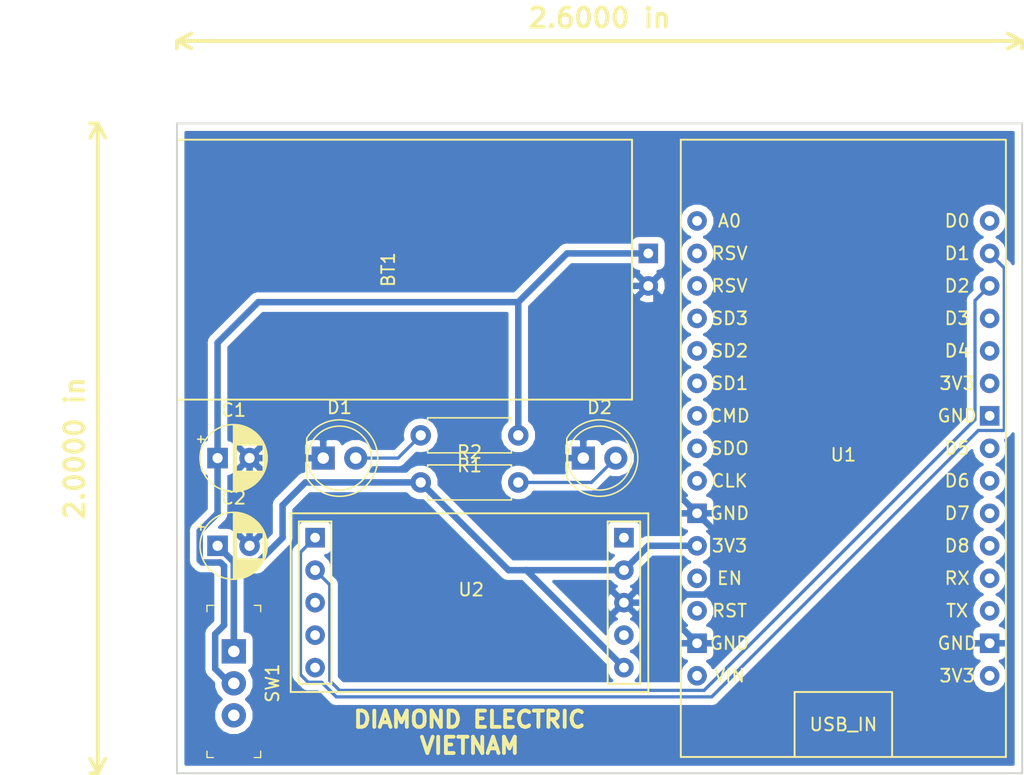
<source format=kicad_pcb>
(kicad_pcb (version 20171130) (host pcbnew 5.0.2-bee76a0~70~ubuntu18.04.1)

  (general
    (thickness 1.6)
    (drawings 7)
    (tracks 72)
    (zones 0)
    (modules 10)
    (nets 35)
  )

  (page A4)
  (layers
    (0 F.Cu signal)
    (31 B.Cu signal)
    (32 B.Adhes user)
    (33 F.Adhes user)
    (34 B.Paste user)
    (35 F.Paste user)
    (36 B.SilkS user)
    (37 F.SilkS user)
    (38 B.Mask user)
    (39 F.Mask user)
    (40 Dwgs.User user)
    (41 Cmts.User user)
    (42 Eco1.User user)
    (43 Eco2.User user)
    (44 Edge.Cuts user)
    (45 Margin user)
    (46 B.CrtYd user)
    (47 F.CrtYd user)
    (48 B.Fab user)
    (49 F.Fab user)
  )

  (setup
    (last_trace_width 0.254)
    (trace_clearance 0.254)
    (zone_clearance 0.508)
    (zone_45_only no)
    (trace_min 0.254)
    (segment_width 0.2)
    (edge_width 0.15)
    (via_size 1.016)
    (via_drill 0.508)
    (via_min_size 0.508)
    (via_min_drill 0.3)
    (uvia_size 0.254)
    (uvia_drill 0.127)
    (uvias_allowed no)
    (uvia_min_size 0.254)
    (uvia_min_drill 0.1)
    (pcb_text_width 0.3)
    (pcb_text_size 1.5 1.5)
    (mod_edge_width 0.15)
    (mod_text_size 1 1)
    (mod_text_width 0.15)
    (pad_size 1.524 1.524)
    (pad_drill 0.762)
    (pad_to_mask_clearance 0.051)
    (solder_mask_min_width 0.25)
    (aux_axis_origin 0 0)
    (visible_elements 7FFDFFBF)
    (pcbplotparams
      (layerselection 0x010fc_ffffffff)
      (usegerberextensions true)
      (usegerberattributes false)
      (usegerberadvancedattributes false)
      (creategerberjobfile false)
      (gerberprecision 5)
      (excludeedgelayer true)
      (linewidth 0.100000)
      (plotframeref false)
      (viasonmask false)
      (mode 1)
      (useauxorigin false)
      (hpglpennumber 1)
      (hpglpenspeed 20)
      (hpglpendiameter 15.000000)
      (psnegative false)
      (psa4output false)
      (plotreference true)
      (plotvalue true)
      (plotinvisibletext false)
      (padsonsilk false)
      (subtractmaskfromsilk false)
      (outputformat 1)
      (mirror false)
      (drillshape 0)
      (scaleselection 1)
      (outputdirectory ""))
  )

  (net 0 "")
  (net 1 /GND)
  (net 2 /Vin)
  (net 3 /3V3)
  (net 4 "Net-(D1-Pad2)")
  (net 5 "Net-(D2-Pad2)")
  (net 6 "Net-(SW1-Pad3)")
  (net 7 "Net-(U1-Pad28)")
  (net 8 "Net-(U1-Pad29)")
  (net 9 "Net-(U2-Pad3)")
  (net 10 "Net-(U2-Pad4)")
  (net 11 "Net-(U2-Pad5)")
  (net 12 "Net-(U2-Pad7)")
  (net 13 "Net-(U2-Pad10)")
  (net 14 "Net-(U1-Pad1)")
  (net 15 "Net-(U1-Pad2)")
  (net 16 "Net-(U1-Pad3)")
  (net 17 "Net-(U1-Pad4)")
  (net 18 "Net-(U1-Pad5)")
  (net 19 "Net-(U1-Pad6)")
  (net 20 "Net-(U1-Pad7)")
  (net 21 "Net-(U1-Pad8)")
  (net 22 "Net-(U1-Pad9)")
  (net 23 "Net-(U1-Pad12)")
  (net 24 "Net-(U1-Pad13)")
  (net 25 "Net-(U1-Pad15)")
  (net 26 "Net-(U1-Pad18)")
  (net 27 "Net-(U1-Pad19)")
  (net 28 "Net-(U1-Pad20)")
  (net 29 "Net-(U1-Pad21)")
  (net 30 "Net-(U1-Pad22)")
  (net 31 "Net-(U1-Pad23)")
  (net 32 "Net-(U1-Pad26)")
  (net 33 "Net-(U1-Pad27)")
  (net 34 "Net-(U1-Pad30)")

  (net_class Default "This is the default net class."
    (clearance 0.254)
    (trace_width 0.254)
    (via_dia 1.016)
    (via_drill 0.508)
    (uvia_dia 0.254)
    (uvia_drill 0.127)
    (diff_pair_gap 0.254)
    (diff_pair_width 0.254)
    (add_net "Net-(D1-Pad2)")
    (add_net "Net-(D2-Pad2)")
    (add_net "Net-(SW1-Pad3)")
    (add_net "Net-(U1-Pad1)")
    (add_net "Net-(U1-Pad12)")
    (add_net "Net-(U1-Pad13)")
    (add_net "Net-(U1-Pad15)")
    (add_net "Net-(U1-Pad18)")
    (add_net "Net-(U1-Pad19)")
    (add_net "Net-(U1-Pad2)")
    (add_net "Net-(U1-Pad20)")
    (add_net "Net-(U1-Pad21)")
    (add_net "Net-(U1-Pad22)")
    (add_net "Net-(U1-Pad23)")
    (add_net "Net-(U1-Pad26)")
    (add_net "Net-(U1-Pad27)")
    (add_net "Net-(U1-Pad28)")
    (add_net "Net-(U1-Pad29)")
    (add_net "Net-(U1-Pad3)")
    (add_net "Net-(U1-Pad30)")
    (add_net "Net-(U1-Pad4)")
    (add_net "Net-(U1-Pad5)")
    (add_net "Net-(U1-Pad6)")
    (add_net "Net-(U1-Pad7)")
    (add_net "Net-(U1-Pad8)")
    (add_net "Net-(U1-Pad9)")
    (add_net "Net-(U2-Pad10)")
    (add_net "Net-(U2-Pad3)")
    (add_net "Net-(U2-Pad4)")
    (add_net "Net-(U2-Pad5)")
    (add_net "Net-(U2-Pad7)")
  )

  (net_class Power ""
    (clearance 0.254)
    (trace_width 0.508)
    (via_dia 1.016)
    (via_drill 0.508)
    (uvia_dia 0.254)
    (uvia_drill 0.127)
    (diff_pair_gap 0.254)
    (diff_pair_width 0.254)
    (add_net /3V3)
    (add_net /GND)
    (add_net /Vin)
  )

  (module Battery:Battery3.7V (layer F.Cu) (tedit 5C85331E) (tstamp 5CAC5BEC)
    (at 131.064 87.63 270)
    (path /5C855499)
    (fp_text reference BT1 (at 0 1.524 270) (layer F.SilkS)
      (effects (font (size 1 1) (thickness 0.15)))
    )
    (fp_text value 3.7V (at 0 3.302 270) (layer F.Fab)
      (effects (font (size 1 1) (thickness 0.15)))
    )
    (fp_line (start -10.16 -17.526) (end 10.16 -17.526) (layer F.SilkS) (width 0.15))
    (fp_line (start 10.16 18.034) (end 10.16 -17.526) (layer F.SilkS) (width 0.15))
    (fp_line (start 10.16 -17.526) (end -10.16 -17.526) (layer F.SilkS) (width 0.15))
    (fp_line (start -10.16 -17.526) (end -10.16 18.034) (layer F.SilkS) (width 0.15))
    (fp_line (start -10.16 18.034) (end 10.16 18.034) (layer F.SilkS) (width 0.15))
    (pad 1 thru_hole rect (at -1.27 -18.796 270) (size 1.524 1.524) (drill 0.762) (layers *.Cu *.Mask)
      (net 2 /Vin))
    (pad 2 thru_hole circle (at 1.27 -18.796 270) (size 1.524 1.524) (drill 0.762) (layers *.Cu *.Mask)
      (net 1 /GND))
  )

  (module LED_THT:LED_D5.0mm (layer F.Cu) (tedit 5995936A) (tstamp 5C85452D)
    (at 124.46 102.362)
    (descr "LED, diameter 5.0mm, 2 pins, http://cdn-reichelt.de/documents/datenblatt/A500/LL-504BC2E-009.pdf")
    (tags "LED diameter 5.0mm 2 pins")
    (path /5C856AD5)
    (fp_text reference D1 (at 1.27 -3.96) (layer F.SilkS)
      (effects (font (size 1 1) (thickness 0.15)))
    )
    (fp_text value LED (at 1.27 3.96) (layer F.Fab)
      (effects (font (size 1 1) (thickness 0.15)))
    )
    (fp_arc (start 1.27 0) (end -1.23 -1.469694) (angle 299.1) (layer F.Fab) (width 0.1))
    (fp_arc (start 1.27 0) (end -1.29 -1.54483) (angle 148.9) (layer F.SilkS) (width 0.12))
    (fp_arc (start 1.27 0) (end -1.29 1.54483) (angle -148.9) (layer F.SilkS) (width 0.12))
    (fp_circle (center 1.27 0) (end 3.77 0) (layer F.Fab) (width 0.1))
    (fp_circle (center 1.27 0) (end 3.77 0) (layer F.SilkS) (width 0.12))
    (fp_line (start -1.23 -1.469694) (end -1.23 1.469694) (layer F.Fab) (width 0.1))
    (fp_line (start -1.29 -1.545) (end -1.29 1.545) (layer F.SilkS) (width 0.12))
    (fp_line (start -1.95 -3.25) (end -1.95 3.25) (layer F.CrtYd) (width 0.05))
    (fp_line (start -1.95 3.25) (end 4.5 3.25) (layer F.CrtYd) (width 0.05))
    (fp_line (start 4.5 3.25) (end 4.5 -3.25) (layer F.CrtYd) (width 0.05))
    (fp_line (start 4.5 -3.25) (end -1.95 -3.25) (layer F.CrtYd) (width 0.05))
    (fp_text user %R (at 1.25 0 90) (layer F.Fab)
      (effects (font (size 0.8 0.8) (thickness 0.2)))
    )
    (pad 1 thru_hole rect (at 0 0) (size 1.8 1.8) (drill 0.9) (layers *.Cu *.Mask)
      (net 1 /GND))
    (pad 2 thru_hole circle (at 2.54 0) (size 1.8 1.8) (drill 0.9) (layers *.Cu *.Mask)
      (net 4 "Net-(D1-Pad2)"))
    (model ${KISYS3DMOD}/LED_THT.3dshapes/LED_D5.0mm.wrl
      (at (xyz 0 0 0))
      (scale (xyz 1 1 1))
      (rotate (xyz 0 0 0))
    )
  )

  (module LED_THT:LED_D5.0mm (layer F.Cu) (tedit 5995936A) (tstamp 5C8544FA)
    (at 144.78 102.362)
    (descr "LED, diameter 5.0mm, 2 pins, http://cdn-reichelt.de/documents/datenblatt/A500/LL-504BC2E-009.pdf")
    (tags "LED diameter 5.0mm 2 pins")
    (path /5C85602C)
    (fp_text reference D2 (at 1.27 -3.96) (layer F.SilkS)
      (effects (font (size 1 1) (thickness 0.15)))
    )
    (fp_text value LED (at 1.27 3.96) (layer F.Fab)
      (effects (font (size 1 1) (thickness 0.15)))
    )
    (fp_text user %R (at 1.25 0) (layer F.Fab)
      (effects (font (size 0.8 0.8) (thickness 0.2)))
    )
    (fp_line (start 4.5 -3.25) (end -1.95 -3.25) (layer F.CrtYd) (width 0.05))
    (fp_line (start 4.5 3.25) (end 4.5 -3.25) (layer F.CrtYd) (width 0.05))
    (fp_line (start -1.95 3.25) (end 4.5 3.25) (layer F.CrtYd) (width 0.05))
    (fp_line (start -1.95 -3.25) (end -1.95 3.25) (layer F.CrtYd) (width 0.05))
    (fp_line (start -1.29 -1.545) (end -1.29 1.545) (layer F.SilkS) (width 0.12))
    (fp_line (start -1.23 -1.469694) (end -1.23 1.469694) (layer F.Fab) (width 0.1))
    (fp_circle (center 1.27 0) (end 3.77 0) (layer F.SilkS) (width 0.12))
    (fp_circle (center 1.27 0) (end 3.77 0) (layer F.Fab) (width 0.1))
    (fp_arc (start 1.27 0) (end -1.29 1.54483) (angle -148.9) (layer F.SilkS) (width 0.12))
    (fp_arc (start 1.27 0) (end -1.29 -1.54483) (angle 148.9) (layer F.SilkS) (width 0.12))
    (fp_arc (start 1.27 0) (end -1.23 -1.469694) (angle 299.1) (layer F.Fab) (width 0.1))
    (pad 2 thru_hole circle (at 2.54 0) (size 1.8 1.8) (drill 0.9) (layers *.Cu *.Mask)
      (net 5 "Net-(D2-Pad2)"))
    (pad 1 thru_hole rect (at 0 0) (size 1.8 1.8) (drill 0.9) (layers *.Cu *.Mask)
      (net 1 /GND))
    (model ${KISYS3DMOD}/LED_THT.3dshapes/LED_D5.0mm.wrl
      (at (xyz 0 0 0))
      (scale (xyz 1 1 1))
      (rotate (xyz 0 0 0))
    )
  )

  (module Resistor_THT:R_Axial_DIN0207_L6.3mm_D2.5mm_P7.62mm_Horizontal (layer F.Cu) (tedit 5AE5139B) (tstamp 5C8544BD)
    (at 139.7 100.584 180)
    (descr "Resistor, Axial_DIN0207 series, Axial, Horizontal, pin pitch=7.62mm, 0.25W = 1/4W, length*diameter=6.3*2.5mm^2, http://cdn-reichelt.de/documents/datenblatt/B400/1_4W%23YAG.pdf")
    (tags "Resistor Axial_DIN0207 series Axial Horizontal pin pitch 7.62mm 0.25W = 1/4W length 6.3mm diameter 2.5mm")
    (path /5C856ADB)
    (fp_text reference R1 (at 3.81 -2.37 180) (layer F.SilkS)
      (effects (font (size 1 1) (thickness 0.15)))
    )
    (fp_text value R (at 3.81 2.37 180) (layer F.Fab)
      (effects (font (size 1 1) (thickness 0.15)))
    )
    (fp_line (start 0.66 -1.25) (end 0.66 1.25) (layer F.Fab) (width 0.1))
    (fp_line (start 0.66 1.25) (end 6.96 1.25) (layer F.Fab) (width 0.1))
    (fp_line (start 6.96 1.25) (end 6.96 -1.25) (layer F.Fab) (width 0.1))
    (fp_line (start 6.96 -1.25) (end 0.66 -1.25) (layer F.Fab) (width 0.1))
    (fp_line (start 0 0) (end 0.66 0) (layer F.Fab) (width 0.1))
    (fp_line (start 7.62 0) (end 6.96 0) (layer F.Fab) (width 0.1))
    (fp_line (start 0.54 -1.04) (end 0.54 -1.37) (layer F.SilkS) (width 0.12))
    (fp_line (start 0.54 -1.37) (end 7.08 -1.37) (layer F.SilkS) (width 0.12))
    (fp_line (start 7.08 -1.37) (end 7.08 -1.04) (layer F.SilkS) (width 0.12))
    (fp_line (start 0.54 1.04) (end 0.54 1.37) (layer F.SilkS) (width 0.12))
    (fp_line (start 0.54 1.37) (end 7.08 1.37) (layer F.SilkS) (width 0.12))
    (fp_line (start 7.08 1.37) (end 7.08 1.04) (layer F.SilkS) (width 0.12))
    (fp_line (start -1.05 -1.5) (end -1.05 1.5) (layer F.CrtYd) (width 0.05))
    (fp_line (start -1.05 1.5) (end 8.67 1.5) (layer F.CrtYd) (width 0.05))
    (fp_line (start 8.67 1.5) (end 8.67 -1.5) (layer F.CrtYd) (width 0.05))
    (fp_line (start 8.67 -1.5) (end -1.05 -1.5) (layer F.CrtYd) (width 0.05))
    (fp_text user %R (at 3.81 0 180) (layer F.Fab)
      (effects (font (size 1 1) (thickness 0.15)))
    )
    (pad 1 thru_hole circle (at 0 0 180) (size 1.6 1.6) (drill 0.8) (layers *.Cu *.Mask)
      (net 2 /Vin))
    (pad 2 thru_hole oval (at 7.62 0 180) (size 1.6 1.6) (drill 0.8) (layers *.Cu *.Mask)
      (net 4 "Net-(D1-Pad2)"))
    (model ${KISYS3DMOD}/Resistor_THT.3dshapes/R_Axial_DIN0207_L6.3mm_D2.5mm_P7.62mm_Horizontal.wrl
      (at (xyz 0 0 0))
      (scale (xyz 1 1 1))
      (rotate (xyz 0 0 0))
    )
  )

  (module Resistor_THT:R_Axial_DIN0207_L6.3mm_D2.5mm_P7.62mm_Horizontal (layer F.Cu) (tedit 5AE5139B) (tstamp 5C85447B)
    (at 132.08 104.267)
    (descr "Resistor, Axial_DIN0207 series, Axial, Horizontal, pin pitch=7.62mm, 0.25W = 1/4W, length*diameter=6.3*2.5mm^2, http://cdn-reichelt.de/documents/datenblatt/B400/1_4W%23YAG.pdf")
    (tags "Resistor Axial_DIN0207 series Axial Horizontal pin pitch 7.62mm 0.25W = 1/4W length 6.3mm diameter 2.5mm")
    (path /5C8561E6)
    (fp_text reference R2 (at 3.81 -2.37) (layer F.SilkS)
      (effects (font (size 1 1) (thickness 0.15)))
    )
    (fp_text value R (at 3.81 2.37) (layer F.Fab)
      (effects (font (size 1 1) (thickness 0.15)))
    )
    (fp_text user %R (at 3.81 0 180) (layer F.Fab)
      (effects (font (size 1 1) (thickness 0.15)))
    )
    (fp_line (start 8.67 -1.5) (end -1.05 -1.5) (layer F.CrtYd) (width 0.05))
    (fp_line (start 8.67 1.5) (end 8.67 -1.5) (layer F.CrtYd) (width 0.05))
    (fp_line (start -1.05 1.5) (end 8.67 1.5) (layer F.CrtYd) (width 0.05))
    (fp_line (start -1.05 -1.5) (end -1.05 1.5) (layer F.CrtYd) (width 0.05))
    (fp_line (start 7.08 1.37) (end 7.08 1.04) (layer F.SilkS) (width 0.12))
    (fp_line (start 0.54 1.37) (end 7.08 1.37) (layer F.SilkS) (width 0.12))
    (fp_line (start 0.54 1.04) (end 0.54 1.37) (layer F.SilkS) (width 0.12))
    (fp_line (start 7.08 -1.37) (end 7.08 -1.04) (layer F.SilkS) (width 0.12))
    (fp_line (start 0.54 -1.37) (end 7.08 -1.37) (layer F.SilkS) (width 0.12))
    (fp_line (start 0.54 -1.04) (end 0.54 -1.37) (layer F.SilkS) (width 0.12))
    (fp_line (start 7.62 0) (end 6.96 0) (layer F.Fab) (width 0.1))
    (fp_line (start 0 0) (end 0.66 0) (layer F.Fab) (width 0.1))
    (fp_line (start 6.96 -1.25) (end 0.66 -1.25) (layer F.Fab) (width 0.1))
    (fp_line (start 6.96 1.25) (end 6.96 -1.25) (layer F.Fab) (width 0.1))
    (fp_line (start 0.66 1.25) (end 6.96 1.25) (layer F.Fab) (width 0.1))
    (fp_line (start 0.66 -1.25) (end 0.66 1.25) (layer F.Fab) (width 0.1))
    (pad 2 thru_hole oval (at 7.62 0) (size 1.6 1.6) (drill 0.8) (layers *.Cu *.Mask)
      (net 5 "Net-(D2-Pad2)"))
    (pad 1 thru_hole circle (at 0 0) (size 1.6 1.6) (drill 0.8) (layers *.Cu *.Mask)
      (net 3 /3V3))
    (model ${KISYS3DMOD}/Resistor_THT.3dshapes/R_Axial_DIN0207_L6.3mm_D2.5mm_P7.62mm_Horizontal.wrl
      (at (xyz 0 0 0))
      (scale (xyz 1 1 1))
      (rotate (xyz 0 0 0))
    )
  )

  (module digikey-footprints:Switch_Slide_11.6x4mm_EG1218 (layer F.Cu) (tedit 5A1EC915) (tstamp 5C8546CF)
    (at 117.475 117.475 270)
    (descr http://spec_sheets.e-switch.com/specs/P040040.pdf)
    (path /5C855C0C)
    (fp_text reference SW1 (at 2.49 -3.02 270) (layer F.SilkS)
      (effects (font (size 1 1) (thickness 0.15)))
    )
    (fp_text value SW_DPDT_x2 (at 2.11 3.14 270) (layer F.Fab)
      (effects (font (size 1 1) (thickness 0.15)))
    )
    (fp_line (start -3.42 -2) (end 8.18 -2) (layer F.Fab) (width 0.1))
    (fp_line (start -3.42 2) (end -3.42 -2) (layer F.Fab) (width 0.1))
    (fp_line (start 8.18 2) (end 8.18 -2) (layer F.Fab) (width 0.1))
    (fp_line (start -3.42 2) (end 8.18 2) (layer F.Fab) (width 0.1))
    (fp_line (start 8.3 -2.1) (end 7.8 -2.1) (layer F.SilkS) (width 0.1))
    (fp_line (start 8.3 -2.1) (end 8.3 -1.6) (layer F.SilkS) (width 0.1))
    (fp_line (start -3.6 -2.1) (end -3.6 -1.6) (layer F.SilkS) (width 0.1))
    (fp_line (start -3.6 -2.1) (end -3.1 -2.1) (layer F.SilkS) (width 0.1))
    (fp_line (start -3.6 2.1) (end -3.6 1.6) (layer F.SilkS) (width 0.1))
    (fp_line (start -3.6 2.1) (end -3.1 2.1) (layer F.SilkS) (width 0.1))
    (fp_line (start 8.3 2.1) (end 8.3 1.6) (layer F.SilkS) (width 0.1))
    (fp_line (start 8.3 2.1) (end 7.8 2.1) (layer F.SilkS) (width 0.1))
    (fp_line (start -3.67 -2.25) (end 8.43 -2.25) (layer F.CrtYd) (width 0.05))
    (fp_line (start 8.43 2.25) (end 8.43 -2.25) (layer F.CrtYd) (width 0.05))
    (fp_line (start -3.67 2.25) (end 8.43 2.25) (layer F.CrtYd) (width 0.05))
    (fp_line (start -3.67 2.25) (end -3.67 -2.25) (layer F.CrtYd) (width 0.05))
    (fp_text user %R (at 2.5 0 270) (layer F.Fab)
      (effects (font (size 1 1) (thickness 0.15)))
    )
    (pad 3 thru_hole circle (at 5 0 270) (size 1.9 1.9) (drill 0.9) (layers *.Cu *.Mask)
      (net 6 "Net-(SW1-Pad3)"))
    (pad 2 thru_hole circle (at 2.5 0 270) (size 1.9 1.9) (drill 0.9) (layers *.Cu *.Mask)
      (net 2 /Vin))
    (pad 1 thru_hole rect (at 0 0 270) (size 1.9 1.9) (drill 0.9) (layers *.Cu *.Mask)
      (net 3 /3V3))
  )

  (module NodeMCU:NodeMCUDevKit1.0 (layer F.Cu) (tedit 5C852CFA) (tstamp 5CAC5ADB)
    (at 165.1 102.87)
    (path /5C855148)
    (fp_text reference U1 (at 0 -0.762) (layer F.SilkS)
      (effects (font (size 1 1) (thickness 0.15)))
    )
    (fp_text value NodeMCU (at 0 1.016) (layer F.Fab)
      (effects (font (size 1 1) (thickness 0.15)))
    )
    (fp_text user USB_IN (at 0 20.32) (layer F.SilkS)
      (effects (font (size 1 1) (thickness 0.15)))
    )
    (fp_text user D0 (at 8.89 -19.05) (layer F.SilkS)
      (effects (font (size 1 1) (thickness 0.15)))
    )
    (fp_text user D1 (at 8.89 -16.51) (layer F.SilkS)
      (effects (font (size 1 1) (thickness 0.15)))
    )
    (fp_text user D2 (at 8.89 -13.97) (layer F.SilkS)
      (effects (font (size 1 1) (thickness 0.15)))
    )
    (fp_text user D3 (at 8.89 -11.43) (layer F.SilkS)
      (effects (font (size 1 1) (thickness 0.15)))
    )
    (fp_text user D4 (at 8.89 -8.89) (layer F.SilkS)
      (effects (font (size 1 1) (thickness 0.15)))
    )
    (fp_text user D5 (at 8.89 -1.27) (layer F.SilkS)
      (effects (font (size 1 1) (thickness 0.15)))
    )
    (fp_text user RX (at 8.89 8.89) (layer F.SilkS)
      (effects (font (size 1 1) (thickness 0.15)))
    )
    (fp_text user D6 (at 8.89 1.27) (layer F.SilkS)
      (effects (font (size 1 1) (thickness 0.15)))
    )
    (fp_text user D7 (at 8.89 3.81) (layer F.SilkS)
      (effects (font (size 1 1) (thickness 0.15)))
    )
    (fp_text user D8 (at 8.89 6.35) (layer F.SilkS)
      (effects (font (size 1 1) (thickness 0.15)))
    )
    (fp_text user TX (at 8.89 11.43) (layer F.SilkS)
      (effects (font (size 1 1) (thickness 0.15)))
    )
    (fp_text user VIN (at -8.89 16.51) (layer F.SilkS)
      (effects (font (size 1 1) (thickness 0.15)))
    )
    (fp_text user GND (at -8.89 13.97) (layer F.SilkS)
      (effects (font (size 1 1) (thickness 0.15)))
    )
    (fp_text user RST (at -8.89 11.43) (layer F.SilkS)
      (effects (font (size 1 1) (thickness 0.15)))
    )
    (fp_text user EN (at -8.89 8.89) (layer F.SilkS)
      (effects (font (size 1 1) (thickness 0.15)))
    )
    (fp_text user 3V3 (at 8.89 16.51) (layer F.SilkS)
      (effects (font (size 1 1) (thickness 0.15)))
    )
    (fp_text user 3V3 (at 8.89 -6.35) (layer F.SilkS)
      (effects (font (size 1 1) (thickness 0.15)))
    )
    (fp_text user 3V3 (at -8.89 6.35) (layer F.SilkS)
      (effects (font (size 1 1) (thickness 0.15)))
    )
    (fp_text user GND (at 8.89 -3.81) (layer F.SilkS)
      (effects (font (size 1 1) (thickness 0.15)))
    )
    (fp_text user GND (at 8.89 13.97) (layer F.SilkS)
      (effects (font (size 1 1) (thickness 0.15)))
    )
    (fp_text user GND (at -8.89 3.81) (layer F.SilkS)
      (effects (font (size 1 1) (thickness 0.15)))
    )
    (fp_text user CLK (at -8.89 1.27) (layer F.SilkS)
      (effects (font (size 1 1) (thickness 0.15)))
    )
    (fp_text user SDO (at -8.89 -1.27) (layer F.SilkS)
      (effects (font (size 1 1) (thickness 0.15)))
    )
    (fp_text user CMD (at -8.89 -3.81) (layer F.SilkS)
      (effects (font (size 1 1) (thickness 0.15)))
    )
    (fp_text user SD1 (at -8.89 -6.35) (layer F.SilkS)
      (effects (font (size 1 1) (thickness 0.15)))
    )
    (fp_text user SD2 (at -8.89 -8.89) (layer F.SilkS)
      (effects (font (size 1 1) (thickness 0.15)))
    )
    (fp_text user RSV (at -8.89 -13.97) (layer F.SilkS)
      (effects (font (size 1 1) (thickness 0.15)))
    )
    (fp_text user SD3 (at -8.89 -11.43) (layer F.SilkS)
      (effects (font (size 1 1) (thickness 0.15)))
    )
    (fp_text user RSV (at -8.89 -16.51) (layer F.SilkS)
      (effects (font (size 1 1) (thickness 0.15)))
    )
    (fp_text user A0 (at -8.89 -19.05) (layer F.SilkS)
      (effects (font (size 1 1) (thickness 0.15)))
    )
    (fp_line (start 3.81 17.78) (end -3.81 17.78) (layer F.SilkS) (width 0.15))
    (fp_line (start 3.81 22.86) (end 3.81 17.78) (layer F.SilkS) (width 0.15))
    (fp_line (start -3.81 22.86) (end -3.81 17.78) (layer F.SilkS) (width 0.15))
    (fp_line (start -12.7 22.86) (end -12.7 -25.4) (layer F.SilkS) (width 0.15))
    (fp_line (start 12.7 22.86) (end -12.7 22.86) (layer F.SilkS) (width 0.15))
    (fp_line (start 12.7 -25.4) (end 12.7 22.86) (layer F.SilkS) (width 0.15))
    (fp_line (start -12.7 -25.4) (end 12.7 -25.4) (layer F.SilkS) (width 0.15))
    (pad 30 thru_hole circle (at 11.43 -19.05) (size 1.524 1.524) (drill 0.762) (layers *.Cu *.Mask)
      (net 34 "Net-(U1-Pad30)"))
    (pad 29 thru_hole circle (at 11.43 -16.51) (size 1.524 1.524) (drill 0.762) (layers *.Cu *.Mask)
      (net 8 "Net-(U1-Pad29)"))
    (pad 28 thru_hole circle (at 11.43 -13.97) (size 1.524 1.524) (drill 0.762) (layers *.Cu *.Mask)
      (net 7 "Net-(U1-Pad28)"))
    (pad 27 thru_hole circle (at 11.43 -11.43) (size 1.524 1.524) (drill 0.762) (layers *.Cu *.Mask)
      (net 33 "Net-(U1-Pad27)"))
    (pad 26 thru_hole circle (at 11.43 -8.89) (size 1.524 1.524) (drill 0.762) (layers *.Cu *.Mask)
      (net 32 "Net-(U1-Pad26)"))
    (pad 25 thru_hole circle (at 11.43 -6.35) (size 1.524 1.524) (drill 0.762) (layers *.Cu *.Mask)
      (net 3 /3V3))
    (pad 24 thru_hole rect (at 11.43 -3.81) (size 1.524 1.524) (drill 0.762) (layers *.Cu *.Mask)
      (net 1 /GND))
    (pad 23 thru_hole circle (at 11.43 -1.27) (size 1.524 1.524) (drill 0.762) (layers *.Cu *.Mask)
      (net 31 "Net-(U1-Pad23)"))
    (pad 22 thru_hole circle (at 11.43 1.27) (size 1.524 1.524) (drill 0.762) (layers *.Cu *.Mask)
      (net 30 "Net-(U1-Pad22)"))
    (pad 21 thru_hole circle (at 11.43 3.81) (size 1.524 1.524) (drill 0.762) (layers *.Cu *.Mask)
      (net 29 "Net-(U1-Pad21)"))
    (pad 20 thru_hole circle (at 11.43 6.35) (size 1.524 1.524) (drill 0.762) (layers *.Cu *.Mask)
      (net 28 "Net-(U1-Pad20)"))
    (pad 19 thru_hole circle (at 11.43 8.89) (size 1.524 1.524) (drill 0.762) (layers *.Cu *.Mask)
      (net 27 "Net-(U1-Pad19)"))
    (pad 18 thru_hole circle (at 11.43 11.43) (size 1.524 1.524) (drill 0.762) (layers *.Cu *.Mask)
      (net 26 "Net-(U1-Pad18)"))
    (pad 17 thru_hole rect (at 11.43 13.97) (size 1.524 1.524) (drill 0.762) (layers *.Cu *.Mask)
      (net 1 /GND))
    (pad 16 thru_hole circle (at 11.43 16.51) (size 1.524 1.524) (drill 0.762) (layers *.Cu *.Mask)
      (net 3 /3V3))
    (pad 15 thru_hole circle (at -11.43 16.51) (size 1.524 1.524) (drill 0.762) (layers *.Cu *.Mask)
      (net 25 "Net-(U1-Pad15)"))
    (pad 14 thru_hole rect (at -11.43 13.97) (size 1.524 1.524) (drill 0.762) (layers *.Cu *.Mask)
      (net 1 /GND))
    (pad 13 thru_hole circle (at -11.43 11.43) (size 1.524 1.524) (drill 0.762) (layers *.Cu *.Mask)
      (net 24 "Net-(U1-Pad13)"))
    (pad 12 thru_hole circle (at -11.43 8.89) (size 1.524 1.524) (drill 0.762) (layers *.Cu *.Mask)
      (net 23 "Net-(U1-Pad12)"))
    (pad 11 thru_hole circle (at -11.43 6.35) (size 1.524 1.524) (drill 0.762) (layers *.Cu *.Mask)
      (net 3 /3V3))
    (pad 10 thru_hole rect (at -11.43 3.81) (size 1.524 1.524) (drill 0.762) (layers *.Cu *.Mask)
      (net 1 /GND))
    (pad 9 thru_hole circle (at -11.43 1.27) (size 1.524 1.524) (drill 0.762) (layers *.Cu *.Mask)
      (net 22 "Net-(U1-Pad9)"))
    (pad 8 thru_hole circle (at -11.43 -1.27) (size 1.524 1.524) (drill 0.762) (layers *.Cu *.Mask)
      (net 21 "Net-(U1-Pad8)"))
    (pad 7 thru_hole circle (at -11.43 -3.81) (size 1.524 1.524) (drill 0.762) (layers *.Cu *.Mask)
      (net 20 "Net-(U1-Pad7)"))
    (pad 6 thru_hole circle (at -11.43 -6.35) (size 1.524 1.524) (drill 0.762) (layers *.Cu *.Mask)
      (net 19 "Net-(U1-Pad6)"))
    (pad 5 thru_hole circle (at -11.43 -8.89) (size 1.524 1.524) (drill 0.762) (layers *.Cu *.Mask)
      (net 18 "Net-(U1-Pad5)"))
    (pad 4 thru_hole circle (at -11.43 -11.43) (size 1.524 1.524) (drill 0.762) (layers *.Cu *.Mask)
      (net 17 "Net-(U1-Pad4)"))
    (pad 3 thru_hole circle (at -11.43 -13.97) (size 1.524 1.524) (drill 0.762) (layers *.Cu *.Mask)
      (net 16 "Net-(U1-Pad3)"))
    (pad 2 thru_hole circle (at -11.43 -16.51) (size 1.524 1.524) (drill 0.762) (layers *.Cu *.Mask)
      (net 15 "Net-(U1-Pad2)"))
    (pad 1 thru_hole circle (at -11.43 -19.05) (size 1.524 1.524) (drill 0.762) (layers *.Cu *.Mask)
      (net 14 "Net-(U1-Pad1)"))
  )

  (module Capacitor_THT:CP_Radial_D5.0mm_P2.50mm (layer F.Cu) (tedit 5AE50EF0) (tstamp 5C85435F)
    (at 116.205 102.362)
    (descr "CP, Radial series, Radial, pin pitch=2.50mm, , diameter=5mm, Electrolytic Capacitor")
    (tags "CP Radial series Radial pin pitch 2.50mm  diameter 5mm Electrolytic Capacitor")
    (path /5C856ACF)
    (fp_text reference C1 (at 1.25 -3.75) (layer F.SilkS)
      (effects (font (size 1 1) (thickness 0.15)))
    )
    (fp_text value CP (at 1.25 3.75) (layer F.Fab)
      (effects (font (size 1 1) (thickness 0.15)))
    )
    (fp_circle (center 1.25 0) (end 3.75 0) (layer F.Fab) (width 0.1))
    (fp_circle (center 1.25 0) (end 3.87 0) (layer F.SilkS) (width 0.12))
    (fp_circle (center 1.25 0) (end 4 0) (layer F.CrtYd) (width 0.05))
    (fp_line (start -0.883605 -1.0875) (end -0.383605 -1.0875) (layer F.Fab) (width 0.1))
    (fp_line (start -0.633605 -1.3375) (end -0.633605 -0.8375) (layer F.Fab) (width 0.1))
    (fp_line (start 1.25 -2.58) (end 1.25 2.58) (layer F.SilkS) (width 0.12))
    (fp_line (start 1.29 -2.58) (end 1.29 2.58) (layer F.SilkS) (width 0.12))
    (fp_line (start 1.33 -2.579) (end 1.33 2.579) (layer F.SilkS) (width 0.12))
    (fp_line (start 1.37 -2.578) (end 1.37 2.578) (layer F.SilkS) (width 0.12))
    (fp_line (start 1.41 -2.576) (end 1.41 2.576) (layer F.SilkS) (width 0.12))
    (fp_line (start 1.45 -2.573) (end 1.45 2.573) (layer F.SilkS) (width 0.12))
    (fp_line (start 1.49 -2.569) (end 1.49 -1.04) (layer F.SilkS) (width 0.12))
    (fp_line (start 1.49 1.04) (end 1.49 2.569) (layer F.SilkS) (width 0.12))
    (fp_line (start 1.53 -2.565) (end 1.53 -1.04) (layer F.SilkS) (width 0.12))
    (fp_line (start 1.53 1.04) (end 1.53 2.565) (layer F.SilkS) (width 0.12))
    (fp_line (start 1.57 -2.561) (end 1.57 -1.04) (layer F.SilkS) (width 0.12))
    (fp_line (start 1.57 1.04) (end 1.57 2.561) (layer F.SilkS) (width 0.12))
    (fp_line (start 1.61 -2.556) (end 1.61 -1.04) (layer F.SilkS) (width 0.12))
    (fp_line (start 1.61 1.04) (end 1.61 2.556) (layer F.SilkS) (width 0.12))
    (fp_line (start 1.65 -2.55) (end 1.65 -1.04) (layer F.SilkS) (width 0.12))
    (fp_line (start 1.65 1.04) (end 1.65 2.55) (layer F.SilkS) (width 0.12))
    (fp_line (start 1.69 -2.543) (end 1.69 -1.04) (layer F.SilkS) (width 0.12))
    (fp_line (start 1.69 1.04) (end 1.69 2.543) (layer F.SilkS) (width 0.12))
    (fp_line (start 1.73 -2.536) (end 1.73 -1.04) (layer F.SilkS) (width 0.12))
    (fp_line (start 1.73 1.04) (end 1.73 2.536) (layer F.SilkS) (width 0.12))
    (fp_line (start 1.77 -2.528) (end 1.77 -1.04) (layer F.SilkS) (width 0.12))
    (fp_line (start 1.77 1.04) (end 1.77 2.528) (layer F.SilkS) (width 0.12))
    (fp_line (start 1.81 -2.52) (end 1.81 -1.04) (layer F.SilkS) (width 0.12))
    (fp_line (start 1.81 1.04) (end 1.81 2.52) (layer F.SilkS) (width 0.12))
    (fp_line (start 1.85 -2.511) (end 1.85 -1.04) (layer F.SilkS) (width 0.12))
    (fp_line (start 1.85 1.04) (end 1.85 2.511) (layer F.SilkS) (width 0.12))
    (fp_line (start 1.89 -2.501) (end 1.89 -1.04) (layer F.SilkS) (width 0.12))
    (fp_line (start 1.89 1.04) (end 1.89 2.501) (layer F.SilkS) (width 0.12))
    (fp_line (start 1.93 -2.491) (end 1.93 -1.04) (layer F.SilkS) (width 0.12))
    (fp_line (start 1.93 1.04) (end 1.93 2.491) (layer F.SilkS) (width 0.12))
    (fp_line (start 1.971 -2.48) (end 1.971 -1.04) (layer F.SilkS) (width 0.12))
    (fp_line (start 1.971 1.04) (end 1.971 2.48) (layer F.SilkS) (width 0.12))
    (fp_line (start 2.011 -2.468) (end 2.011 -1.04) (layer F.SilkS) (width 0.12))
    (fp_line (start 2.011 1.04) (end 2.011 2.468) (layer F.SilkS) (width 0.12))
    (fp_line (start 2.051 -2.455) (end 2.051 -1.04) (layer F.SilkS) (width 0.12))
    (fp_line (start 2.051 1.04) (end 2.051 2.455) (layer F.SilkS) (width 0.12))
    (fp_line (start 2.091 -2.442) (end 2.091 -1.04) (layer F.SilkS) (width 0.12))
    (fp_line (start 2.091 1.04) (end 2.091 2.442) (layer F.SilkS) (width 0.12))
    (fp_line (start 2.131 -2.428) (end 2.131 -1.04) (layer F.SilkS) (width 0.12))
    (fp_line (start 2.131 1.04) (end 2.131 2.428) (layer F.SilkS) (width 0.12))
    (fp_line (start 2.171 -2.414) (end 2.171 -1.04) (layer F.SilkS) (width 0.12))
    (fp_line (start 2.171 1.04) (end 2.171 2.414) (layer F.SilkS) (width 0.12))
    (fp_line (start 2.211 -2.398) (end 2.211 -1.04) (layer F.SilkS) (width 0.12))
    (fp_line (start 2.211 1.04) (end 2.211 2.398) (layer F.SilkS) (width 0.12))
    (fp_line (start 2.251 -2.382) (end 2.251 -1.04) (layer F.SilkS) (width 0.12))
    (fp_line (start 2.251 1.04) (end 2.251 2.382) (layer F.SilkS) (width 0.12))
    (fp_line (start 2.291 -2.365) (end 2.291 -1.04) (layer F.SilkS) (width 0.12))
    (fp_line (start 2.291 1.04) (end 2.291 2.365) (layer F.SilkS) (width 0.12))
    (fp_line (start 2.331 -2.348) (end 2.331 -1.04) (layer F.SilkS) (width 0.12))
    (fp_line (start 2.331 1.04) (end 2.331 2.348) (layer F.SilkS) (width 0.12))
    (fp_line (start 2.371 -2.329) (end 2.371 -1.04) (layer F.SilkS) (width 0.12))
    (fp_line (start 2.371 1.04) (end 2.371 2.329) (layer F.SilkS) (width 0.12))
    (fp_line (start 2.411 -2.31) (end 2.411 -1.04) (layer F.SilkS) (width 0.12))
    (fp_line (start 2.411 1.04) (end 2.411 2.31) (layer F.SilkS) (width 0.12))
    (fp_line (start 2.451 -2.29) (end 2.451 -1.04) (layer F.SilkS) (width 0.12))
    (fp_line (start 2.451 1.04) (end 2.451 2.29) (layer F.SilkS) (width 0.12))
    (fp_line (start 2.491 -2.268) (end 2.491 -1.04) (layer F.SilkS) (width 0.12))
    (fp_line (start 2.491 1.04) (end 2.491 2.268) (layer F.SilkS) (width 0.12))
    (fp_line (start 2.531 -2.247) (end 2.531 -1.04) (layer F.SilkS) (width 0.12))
    (fp_line (start 2.531 1.04) (end 2.531 2.247) (layer F.SilkS) (width 0.12))
    (fp_line (start 2.571 -2.224) (end 2.571 -1.04) (layer F.SilkS) (width 0.12))
    (fp_line (start 2.571 1.04) (end 2.571 2.224) (layer F.SilkS) (width 0.12))
    (fp_line (start 2.611 -2.2) (end 2.611 -1.04) (layer F.SilkS) (width 0.12))
    (fp_line (start 2.611 1.04) (end 2.611 2.2) (layer F.SilkS) (width 0.12))
    (fp_line (start 2.651 -2.175) (end 2.651 -1.04) (layer F.SilkS) (width 0.12))
    (fp_line (start 2.651 1.04) (end 2.651 2.175) (layer F.SilkS) (width 0.12))
    (fp_line (start 2.691 -2.149) (end 2.691 -1.04) (layer F.SilkS) (width 0.12))
    (fp_line (start 2.691 1.04) (end 2.691 2.149) (layer F.SilkS) (width 0.12))
    (fp_line (start 2.731 -2.122) (end 2.731 -1.04) (layer F.SilkS) (width 0.12))
    (fp_line (start 2.731 1.04) (end 2.731 2.122) (layer F.SilkS) (width 0.12))
    (fp_line (start 2.771 -2.095) (end 2.771 -1.04) (layer F.SilkS) (width 0.12))
    (fp_line (start 2.771 1.04) (end 2.771 2.095) (layer F.SilkS) (width 0.12))
    (fp_line (start 2.811 -2.065) (end 2.811 -1.04) (layer F.SilkS) (width 0.12))
    (fp_line (start 2.811 1.04) (end 2.811 2.065) (layer F.SilkS) (width 0.12))
    (fp_line (start 2.851 -2.035) (end 2.851 -1.04) (layer F.SilkS) (width 0.12))
    (fp_line (start 2.851 1.04) (end 2.851 2.035) (layer F.SilkS) (width 0.12))
    (fp_line (start 2.891 -2.004) (end 2.891 -1.04) (layer F.SilkS) (width 0.12))
    (fp_line (start 2.891 1.04) (end 2.891 2.004) (layer F.SilkS) (width 0.12))
    (fp_line (start 2.931 -1.971) (end 2.931 -1.04) (layer F.SilkS) (width 0.12))
    (fp_line (start 2.931 1.04) (end 2.931 1.971) (layer F.SilkS) (width 0.12))
    (fp_line (start 2.971 -1.937) (end 2.971 -1.04) (layer F.SilkS) (width 0.12))
    (fp_line (start 2.971 1.04) (end 2.971 1.937) (layer F.SilkS) (width 0.12))
    (fp_line (start 3.011 -1.901) (end 3.011 -1.04) (layer F.SilkS) (width 0.12))
    (fp_line (start 3.011 1.04) (end 3.011 1.901) (layer F.SilkS) (width 0.12))
    (fp_line (start 3.051 -1.864) (end 3.051 -1.04) (layer F.SilkS) (width 0.12))
    (fp_line (start 3.051 1.04) (end 3.051 1.864) (layer F.SilkS) (width 0.12))
    (fp_line (start 3.091 -1.826) (end 3.091 -1.04) (layer F.SilkS) (width 0.12))
    (fp_line (start 3.091 1.04) (end 3.091 1.826) (layer F.SilkS) (width 0.12))
    (fp_line (start 3.131 -1.785) (end 3.131 -1.04) (layer F.SilkS) (width 0.12))
    (fp_line (start 3.131 1.04) (end 3.131 1.785) (layer F.SilkS) (width 0.12))
    (fp_line (start 3.171 -1.743) (end 3.171 -1.04) (layer F.SilkS) (width 0.12))
    (fp_line (start 3.171 1.04) (end 3.171 1.743) (layer F.SilkS) (width 0.12))
    (fp_line (start 3.211 -1.699) (end 3.211 -1.04) (layer F.SilkS) (width 0.12))
    (fp_line (start 3.211 1.04) (end 3.211 1.699) (layer F.SilkS) (width 0.12))
    (fp_line (start 3.251 -1.653) (end 3.251 -1.04) (layer F.SilkS) (width 0.12))
    (fp_line (start 3.251 1.04) (end 3.251 1.653) (layer F.SilkS) (width 0.12))
    (fp_line (start 3.291 -1.605) (end 3.291 -1.04) (layer F.SilkS) (width 0.12))
    (fp_line (start 3.291 1.04) (end 3.291 1.605) (layer F.SilkS) (width 0.12))
    (fp_line (start 3.331 -1.554) (end 3.331 -1.04) (layer F.SilkS) (width 0.12))
    (fp_line (start 3.331 1.04) (end 3.331 1.554) (layer F.SilkS) (width 0.12))
    (fp_line (start 3.371 -1.5) (end 3.371 -1.04) (layer F.SilkS) (width 0.12))
    (fp_line (start 3.371 1.04) (end 3.371 1.5) (layer F.SilkS) (width 0.12))
    (fp_line (start 3.411 -1.443) (end 3.411 -1.04) (layer F.SilkS) (width 0.12))
    (fp_line (start 3.411 1.04) (end 3.411 1.443) (layer F.SilkS) (width 0.12))
    (fp_line (start 3.451 -1.383) (end 3.451 -1.04) (layer F.SilkS) (width 0.12))
    (fp_line (start 3.451 1.04) (end 3.451 1.383) (layer F.SilkS) (width 0.12))
    (fp_line (start 3.491 -1.319) (end 3.491 -1.04) (layer F.SilkS) (width 0.12))
    (fp_line (start 3.491 1.04) (end 3.491 1.319) (layer F.SilkS) (width 0.12))
    (fp_line (start 3.531 -1.251) (end 3.531 -1.04) (layer F.SilkS) (width 0.12))
    (fp_line (start 3.531 1.04) (end 3.531 1.251) (layer F.SilkS) (width 0.12))
    (fp_line (start 3.571 -1.178) (end 3.571 1.178) (layer F.SilkS) (width 0.12))
    (fp_line (start 3.611 -1.098) (end 3.611 1.098) (layer F.SilkS) (width 0.12))
    (fp_line (start 3.651 -1.011) (end 3.651 1.011) (layer F.SilkS) (width 0.12))
    (fp_line (start 3.691 -0.915) (end 3.691 0.915) (layer F.SilkS) (width 0.12))
    (fp_line (start 3.731 -0.805) (end 3.731 0.805) (layer F.SilkS) (width 0.12))
    (fp_line (start 3.771 -0.677) (end 3.771 0.677) (layer F.SilkS) (width 0.12))
    (fp_line (start 3.811 -0.518) (end 3.811 0.518) (layer F.SilkS) (width 0.12))
    (fp_line (start 3.851 -0.284) (end 3.851 0.284) (layer F.SilkS) (width 0.12))
    (fp_line (start -1.554775 -1.475) (end -1.054775 -1.475) (layer F.SilkS) (width 0.12))
    (fp_line (start -1.304775 -1.725) (end -1.304775 -1.225) (layer F.SilkS) (width 0.12))
    (fp_text user %R (at 1.25 0) (layer F.Fab)
      (effects (font (size 1 1) (thickness 0.15)))
    )
    (pad 1 thru_hole rect (at 0 0) (size 1.6 1.6) (drill 0.8) (layers *.Cu *.Mask)
      (net 2 /Vin))
    (pad 2 thru_hole circle (at 2.5 0) (size 1.6 1.6) (drill 0.8) (layers *.Cu *.Mask)
      (net 1 /GND))
    (model ${KISYS3DMOD}/Capacitor_THT.3dshapes/CP_Radial_D5.0mm_P2.50mm.wrl
      (at (xyz 0 0 0))
      (scale (xyz 1 1 1))
      (rotate (xyz 0 0 0))
    )
  )

  (module Capacitor_THT:CP_Radial_D5.0mm_P2.50mm (layer F.Cu) (tedit 5AE50EF0) (tstamp 5CAC670E)
    (at 116.205 109.22)
    (descr "CP, Radial series, Radial, pin pitch=2.50mm, , diameter=5mm, Electrolytic Capacitor")
    (tags "CP Radial series Radial pin pitch 2.50mm  diameter 5mm Electrolytic Capacitor")
    (path /5C855F28)
    (fp_text reference C2 (at 1.25 -3.75) (layer F.SilkS)
      (effects (font (size 1 1) (thickness 0.15)))
    )
    (fp_text value CP (at 1.25 3.75) (layer F.Fab)
      (effects (font (size 1 1) (thickness 0.15)))
    )
    (fp_text user %R (at 1.25 0) (layer F.Fab)
      (effects (font (size 1 1) (thickness 0.15)))
    )
    (fp_line (start -1.304775 -1.725) (end -1.304775 -1.225) (layer F.SilkS) (width 0.12))
    (fp_line (start -1.554775 -1.475) (end -1.054775 -1.475) (layer F.SilkS) (width 0.12))
    (fp_line (start 3.851 -0.284) (end 3.851 0.284) (layer F.SilkS) (width 0.12))
    (fp_line (start 3.811 -0.518) (end 3.811 0.518) (layer F.SilkS) (width 0.12))
    (fp_line (start 3.771 -0.677) (end 3.771 0.677) (layer F.SilkS) (width 0.12))
    (fp_line (start 3.731 -0.805) (end 3.731 0.805) (layer F.SilkS) (width 0.12))
    (fp_line (start 3.691 -0.915) (end 3.691 0.915) (layer F.SilkS) (width 0.12))
    (fp_line (start 3.651 -1.011) (end 3.651 1.011) (layer F.SilkS) (width 0.12))
    (fp_line (start 3.611 -1.098) (end 3.611 1.098) (layer F.SilkS) (width 0.12))
    (fp_line (start 3.571 -1.178) (end 3.571 1.178) (layer F.SilkS) (width 0.12))
    (fp_line (start 3.531 1.04) (end 3.531 1.251) (layer F.SilkS) (width 0.12))
    (fp_line (start 3.531 -1.251) (end 3.531 -1.04) (layer F.SilkS) (width 0.12))
    (fp_line (start 3.491 1.04) (end 3.491 1.319) (layer F.SilkS) (width 0.12))
    (fp_line (start 3.491 -1.319) (end 3.491 -1.04) (layer F.SilkS) (width 0.12))
    (fp_line (start 3.451 1.04) (end 3.451 1.383) (layer F.SilkS) (width 0.12))
    (fp_line (start 3.451 -1.383) (end 3.451 -1.04) (layer F.SilkS) (width 0.12))
    (fp_line (start 3.411 1.04) (end 3.411 1.443) (layer F.SilkS) (width 0.12))
    (fp_line (start 3.411 -1.443) (end 3.411 -1.04) (layer F.SilkS) (width 0.12))
    (fp_line (start 3.371 1.04) (end 3.371 1.5) (layer F.SilkS) (width 0.12))
    (fp_line (start 3.371 -1.5) (end 3.371 -1.04) (layer F.SilkS) (width 0.12))
    (fp_line (start 3.331 1.04) (end 3.331 1.554) (layer F.SilkS) (width 0.12))
    (fp_line (start 3.331 -1.554) (end 3.331 -1.04) (layer F.SilkS) (width 0.12))
    (fp_line (start 3.291 1.04) (end 3.291 1.605) (layer F.SilkS) (width 0.12))
    (fp_line (start 3.291 -1.605) (end 3.291 -1.04) (layer F.SilkS) (width 0.12))
    (fp_line (start 3.251 1.04) (end 3.251 1.653) (layer F.SilkS) (width 0.12))
    (fp_line (start 3.251 -1.653) (end 3.251 -1.04) (layer F.SilkS) (width 0.12))
    (fp_line (start 3.211 1.04) (end 3.211 1.699) (layer F.SilkS) (width 0.12))
    (fp_line (start 3.211 -1.699) (end 3.211 -1.04) (layer F.SilkS) (width 0.12))
    (fp_line (start 3.171 1.04) (end 3.171 1.743) (layer F.SilkS) (width 0.12))
    (fp_line (start 3.171 -1.743) (end 3.171 -1.04) (layer F.SilkS) (width 0.12))
    (fp_line (start 3.131 1.04) (end 3.131 1.785) (layer F.SilkS) (width 0.12))
    (fp_line (start 3.131 -1.785) (end 3.131 -1.04) (layer F.SilkS) (width 0.12))
    (fp_line (start 3.091 1.04) (end 3.091 1.826) (layer F.SilkS) (width 0.12))
    (fp_line (start 3.091 -1.826) (end 3.091 -1.04) (layer F.SilkS) (width 0.12))
    (fp_line (start 3.051 1.04) (end 3.051 1.864) (layer F.SilkS) (width 0.12))
    (fp_line (start 3.051 -1.864) (end 3.051 -1.04) (layer F.SilkS) (width 0.12))
    (fp_line (start 3.011 1.04) (end 3.011 1.901) (layer F.SilkS) (width 0.12))
    (fp_line (start 3.011 -1.901) (end 3.011 -1.04) (layer F.SilkS) (width 0.12))
    (fp_line (start 2.971 1.04) (end 2.971 1.937) (layer F.SilkS) (width 0.12))
    (fp_line (start 2.971 -1.937) (end 2.971 -1.04) (layer F.SilkS) (width 0.12))
    (fp_line (start 2.931 1.04) (end 2.931 1.971) (layer F.SilkS) (width 0.12))
    (fp_line (start 2.931 -1.971) (end 2.931 -1.04) (layer F.SilkS) (width 0.12))
    (fp_line (start 2.891 1.04) (end 2.891 2.004) (layer F.SilkS) (width 0.12))
    (fp_line (start 2.891 -2.004) (end 2.891 -1.04) (layer F.SilkS) (width 0.12))
    (fp_line (start 2.851 1.04) (end 2.851 2.035) (layer F.SilkS) (width 0.12))
    (fp_line (start 2.851 -2.035) (end 2.851 -1.04) (layer F.SilkS) (width 0.12))
    (fp_line (start 2.811 1.04) (end 2.811 2.065) (layer F.SilkS) (width 0.12))
    (fp_line (start 2.811 -2.065) (end 2.811 -1.04) (layer F.SilkS) (width 0.12))
    (fp_line (start 2.771 1.04) (end 2.771 2.095) (layer F.SilkS) (width 0.12))
    (fp_line (start 2.771 -2.095) (end 2.771 -1.04) (layer F.SilkS) (width 0.12))
    (fp_line (start 2.731 1.04) (end 2.731 2.122) (layer F.SilkS) (width 0.12))
    (fp_line (start 2.731 -2.122) (end 2.731 -1.04) (layer F.SilkS) (width 0.12))
    (fp_line (start 2.691 1.04) (end 2.691 2.149) (layer F.SilkS) (width 0.12))
    (fp_line (start 2.691 -2.149) (end 2.691 -1.04) (layer F.SilkS) (width 0.12))
    (fp_line (start 2.651 1.04) (end 2.651 2.175) (layer F.SilkS) (width 0.12))
    (fp_line (start 2.651 -2.175) (end 2.651 -1.04) (layer F.SilkS) (width 0.12))
    (fp_line (start 2.611 1.04) (end 2.611 2.2) (layer F.SilkS) (width 0.12))
    (fp_line (start 2.611 -2.2) (end 2.611 -1.04) (layer F.SilkS) (width 0.12))
    (fp_line (start 2.571 1.04) (end 2.571 2.224) (layer F.SilkS) (width 0.12))
    (fp_line (start 2.571 -2.224) (end 2.571 -1.04) (layer F.SilkS) (width 0.12))
    (fp_line (start 2.531 1.04) (end 2.531 2.247) (layer F.SilkS) (width 0.12))
    (fp_line (start 2.531 -2.247) (end 2.531 -1.04) (layer F.SilkS) (width 0.12))
    (fp_line (start 2.491 1.04) (end 2.491 2.268) (layer F.SilkS) (width 0.12))
    (fp_line (start 2.491 -2.268) (end 2.491 -1.04) (layer F.SilkS) (width 0.12))
    (fp_line (start 2.451 1.04) (end 2.451 2.29) (layer F.SilkS) (width 0.12))
    (fp_line (start 2.451 -2.29) (end 2.451 -1.04) (layer F.SilkS) (width 0.12))
    (fp_line (start 2.411 1.04) (end 2.411 2.31) (layer F.SilkS) (width 0.12))
    (fp_line (start 2.411 -2.31) (end 2.411 -1.04) (layer F.SilkS) (width 0.12))
    (fp_line (start 2.371 1.04) (end 2.371 2.329) (layer F.SilkS) (width 0.12))
    (fp_line (start 2.371 -2.329) (end 2.371 -1.04) (layer F.SilkS) (width 0.12))
    (fp_line (start 2.331 1.04) (end 2.331 2.348) (layer F.SilkS) (width 0.12))
    (fp_line (start 2.331 -2.348) (end 2.331 -1.04) (layer F.SilkS) (width 0.12))
    (fp_line (start 2.291 1.04) (end 2.291 2.365) (layer F.SilkS) (width 0.12))
    (fp_line (start 2.291 -2.365) (end 2.291 -1.04) (layer F.SilkS) (width 0.12))
    (fp_line (start 2.251 1.04) (end 2.251 2.382) (layer F.SilkS) (width 0.12))
    (fp_line (start 2.251 -2.382) (end 2.251 -1.04) (layer F.SilkS) (width 0.12))
    (fp_line (start 2.211 1.04) (end 2.211 2.398) (layer F.SilkS) (width 0.12))
    (fp_line (start 2.211 -2.398) (end 2.211 -1.04) (layer F.SilkS) (width 0.12))
    (fp_line (start 2.171 1.04) (end 2.171 2.414) (layer F.SilkS) (width 0.12))
    (fp_line (start 2.171 -2.414) (end 2.171 -1.04) (layer F.SilkS) (width 0.12))
    (fp_line (start 2.131 1.04) (end 2.131 2.428) (layer F.SilkS) (width 0.12))
    (fp_line (start 2.131 -2.428) (end 2.131 -1.04) (layer F.SilkS) (width 0.12))
    (fp_line (start 2.091 1.04) (end 2.091 2.442) (layer F.SilkS) (width 0.12))
    (fp_line (start 2.091 -2.442) (end 2.091 -1.04) (layer F.SilkS) (width 0.12))
    (fp_line (start 2.051 1.04) (end 2.051 2.455) (layer F.SilkS) (width 0.12))
    (fp_line (start 2.051 -2.455) (end 2.051 -1.04) (layer F.SilkS) (width 0.12))
    (fp_line (start 2.011 1.04) (end 2.011 2.468) (layer F.SilkS) (width 0.12))
    (fp_line (start 2.011 -2.468) (end 2.011 -1.04) (layer F.SilkS) (width 0.12))
    (fp_line (start 1.971 1.04) (end 1.971 2.48) (layer F.SilkS) (width 0.12))
    (fp_line (start 1.971 -2.48) (end 1.971 -1.04) (layer F.SilkS) (width 0.12))
    (fp_line (start 1.93 1.04) (end 1.93 2.491) (layer F.SilkS) (width 0.12))
    (fp_line (start 1.93 -2.491) (end 1.93 -1.04) (layer F.SilkS) (width 0.12))
    (fp_line (start 1.89 1.04) (end 1.89 2.501) (layer F.SilkS) (width 0.12))
    (fp_line (start 1.89 -2.501) (end 1.89 -1.04) (layer F.SilkS) (width 0.12))
    (fp_line (start 1.85 1.04) (end 1.85 2.511) (layer F.SilkS) (width 0.12))
    (fp_line (start 1.85 -2.511) (end 1.85 -1.04) (layer F.SilkS) (width 0.12))
    (fp_line (start 1.81 1.04) (end 1.81 2.52) (layer F.SilkS) (width 0.12))
    (fp_line (start 1.81 -2.52) (end 1.81 -1.04) (layer F.SilkS) (width 0.12))
    (fp_line (start 1.77 1.04) (end 1.77 2.528) (layer F.SilkS) (width 0.12))
    (fp_line (start 1.77 -2.528) (end 1.77 -1.04) (layer F.SilkS) (width 0.12))
    (fp_line (start 1.73 1.04) (end 1.73 2.536) (layer F.SilkS) (width 0.12))
    (fp_line (start 1.73 -2.536) (end 1.73 -1.04) (layer F.SilkS) (width 0.12))
    (fp_line (start 1.69 1.04) (end 1.69 2.543) (layer F.SilkS) (width 0.12))
    (fp_line (start 1.69 -2.543) (end 1.69 -1.04) (layer F.SilkS) (width 0.12))
    (fp_line (start 1.65 1.04) (end 1.65 2.55) (layer F.SilkS) (width 0.12))
    (fp_line (start 1.65 -2.55) (end 1.65 -1.04) (layer F.SilkS) (width 0.12))
    (fp_line (start 1.61 1.04) (end 1.61 2.556) (layer F.SilkS) (width 0.12))
    (fp_line (start 1.61 -2.556) (end 1.61 -1.04) (layer F.SilkS) (width 0.12))
    (fp_line (start 1.57 1.04) (end 1.57 2.561) (layer F.SilkS) (width 0.12))
    (fp_line (start 1.57 -2.561) (end 1.57 -1.04) (layer F.SilkS) (width 0.12))
    (fp_line (start 1.53 1.04) (end 1.53 2.565) (layer F.SilkS) (width 0.12))
    (fp_line (start 1.53 -2.565) (end 1.53 -1.04) (layer F.SilkS) (width 0.12))
    (fp_line (start 1.49 1.04) (end 1.49 2.569) (layer F.SilkS) (width 0.12))
    (fp_line (start 1.49 -2.569) (end 1.49 -1.04) (layer F.SilkS) (width 0.12))
    (fp_line (start 1.45 -2.573) (end 1.45 2.573) (layer F.SilkS) (width 0.12))
    (fp_line (start 1.41 -2.576) (end 1.41 2.576) (layer F.SilkS) (width 0.12))
    (fp_line (start 1.37 -2.578) (end 1.37 2.578) (layer F.SilkS) (width 0.12))
    (fp_line (start 1.33 -2.579) (end 1.33 2.579) (layer F.SilkS) (width 0.12))
    (fp_line (start 1.29 -2.58) (end 1.29 2.58) (layer F.SilkS) (width 0.12))
    (fp_line (start 1.25 -2.58) (end 1.25 2.58) (layer F.SilkS) (width 0.12))
    (fp_line (start -0.633605 -1.3375) (end -0.633605 -0.8375) (layer F.Fab) (width 0.1))
    (fp_line (start -0.883605 -1.0875) (end -0.383605 -1.0875) (layer F.Fab) (width 0.1))
    (fp_circle (center 1.25 0) (end 4 0) (layer F.CrtYd) (width 0.05))
    (fp_circle (center 1.25 0) (end 3.87 0) (layer F.SilkS) (width 0.12))
    (fp_circle (center 1.25 0) (end 3.75 0) (layer F.Fab) (width 0.1))
    (pad 2 thru_hole circle (at 2.5 0) (size 1.6 1.6) (drill 0.8) (layers *.Cu *.Mask)
      (net 1 /GND))
    (pad 1 thru_hole rect (at 0 0) (size 1.6 1.6) (drill 0.8) (layers *.Cu *.Mask)
      (net 3 /3V3))
    (model ${KISYS3DMOD}/Capacitor_THT.3dshapes/CP_Radial_D5.0mm_P2.50mm.wrl
      (at (xyz 0 0 0))
      (scale (xyz 1 1 1))
      (rotate (xyz 0 0 0))
    )
  )

  (module ADXL:ADXL345_Horizontal (layer F.Cu) (tedit 5C85352B) (tstamp 5C85477B)
    (at 135.89 113.665)
    (path /5C85522A)
    (fp_text reference U2 (at 0.127 -1.016) (layer F.SilkS)
      (effects (font (size 1 1) (thickness 0.15)))
    )
    (fp_text value ADXL345 (at 0.127 1.016) (layer F.Fab)
      (effects (font (size 1 1) (thickness 0.15)))
    )
    (fp_line (start 13.97 6.985) (end 13.97 -6.985) (layer F.SilkS) (width 0.15))
    (fp_line (start -13.97 6.985) (end 13.97 6.985) (layer F.SilkS) (width 0.15))
    (fp_line (start -13.97 -6.985) (end -13.97 6.985) (layer F.SilkS) (width 0.15))
    (fp_line (start 13.97 -6.985) (end -13.97 -6.985) (layer F.SilkS) (width 0.15))
    (fp_line (start 13.335 -6.35) (end 10.795 -6.35) (layer F.SilkS) (width 0.15))
    (fp_line (start 13.335 6.35) (end 13.335 -6.35) (layer F.SilkS) (width 0.15))
    (fp_line (start 10.795 6.35) (end 13.335 6.35) (layer F.SilkS) (width 0.15))
    (fp_line (start 10.795 -6.35) (end 10.795 6.35) (layer F.SilkS) (width 0.15))
    (fp_line (start -13.335 6.35) (end -13.335 -6.35) (layer F.SilkS) (width 0.15))
    (fp_line (start -10.795 6.35) (end -13.335 6.35) (layer F.SilkS) (width 0.15))
    (fp_line (start -10.795 -6.35) (end -10.795 6.35) (layer F.SilkS) (width 0.15))
    (fp_line (start -13.335 -6.35) (end -10.795 -6.35) (layer F.SilkS) (width 0.15))
    (pad 10 thru_hole rect (at 12.065 -5.08) (size 1.524 1.524) (drill 0.762) (layers *.Cu *.Mask)
      (net 13 "Net-(U2-Pad10)"))
    (pad 9 thru_hole circle (at 12.065 -2.54) (size 1.524 1.524) (drill 0.762) (layers *.Cu *.Mask)
      (net 3 /3V3))
    (pad 8 thru_hole circle (at 12.065 0) (size 1.524 1.524) (drill 0.762) (layers *.Cu *.Mask)
      (net 1 /GND))
    (pad 7 thru_hole circle (at 12.065 2.54) (size 1.524 1.524) (drill 0.762) (layers *.Cu *.Mask)
      (net 12 "Net-(U2-Pad7)"))
    (pad 6 thru_hole circle (at 12.065 5.08) (size 1.524 1.524) (drill 0.762) (layers *.Cu *.Mask)
      (net 3 /3V3))
    (pad 5 thru_hole circle (at -12.065 5.08) (size 1.524 1.524) (drill 0.762) (layers *.Cu *.Mask)
      (net 11 "Net-(U2-Pad5)"))
    (pad 4 thru_hole circle (at -12.065 2.54) (size 1.524 1.524) (drill 0.762) (layers *.Cu *.Mask)
      (net 10 "Net-(U2-Pad4)"))
    (pad 3 thru_hole circle (at -12.065 0) (size 1.524 1.524) (drill 0.762) (layers *.Cu *.Mask)
      (net 9 "Net-(U2-Pad3)"))
    (pad 2 thru_hole circle (at -12.065 -2.54) (size 1.524 1.524) (drill 0.762) (layers *.Cu *.Mask)
      (net 7 "Net-(U1-Pad28)"))
    (pad 1 thru_hole rect (at -12.065 -5.08) (size 1.524 1.524) (drill 0.762) (layers *.Cu *.Mask)
      (net 8 "Net-(U1-Pad29)"))
  )

  (dimension 66.04 (width 0.3) (layer F.SilkS)
    (gr_text "66,040 mm" (at 146.05 71.850338) (layer F.SilkS)
      (effects (font (size 1.5 1.5) (thickness 0.3)))
    )
    (feature1 (pts (xy 179.07 69.750338) (xy 179.07 70.336759)))
    (feature2 (pts (xy 113.03 69.750338) (xy 113.03 70.336759)))
    (crossbar (pts (xy 113.03 69.750338) (xy 179.07 69.750338)))
    (arrow1a (pts (xy 179.07 69.750338) (xy 177.943496 70.336759)))
    (arrow1b (pts (xy 179.07 69.750338) (xy 177.943496 69.163917)))
    (arrow2a (pts (xy 113.03 69.750338) (xy 114.156504 70.336759)))
    (arrow2b (pts (xy 113.03 69.750338) (xy 114.156504 69.163917)))
  )
  (dimension 50.8 (width 0.3) (layer F.SilkS)
    (gr_text "50,800 mm" (at 104.740384 101.6 270) (layer F.SilkS)
      (effects (font (size 1.5 1.5) (thickness 0.3)))
    )
    (feature1 (pts (xy 106.840384 127) (xy 106.253963 127)))
    (feature2 (pts (xy 106.840384 76.2) (xy 106.253963 76.2)))
    (crossbar (pts (xy 106.840384 76.2) (xy 106.840384 127)))
    (arrow1a (pts (xy 106.840384 127) (xy 106.253963 125.873496)))
    (arrow1b (pts (xy 106.840384 127) (xy 107.426805 125.873496)))
    (arrow2a (pts (xy 106.840384 76.2) (xy 106.253963 77.326504)))
    (arrow2b (pts (xy 106.840384 76.2) (xy 107.426805 77.326504)))
  )
  (gr_text "DIAMOND ELECTRIC\nVIETNAM" (at 135.89 123.825) (layer F.SilkS) (tstamp 5C854105)
    (effects (font (size 1.27 1.27) (thickness 0.3)))
  )
  (gr_line (start 113.03 127) (end 113.03 76.2) (layer Edge.Cuts) (width 0.15) (tstamp 5CAC308B))
  (gr_line (start 179.07 127) (end 113.03 127) (layer Edge.Cuts) (width 0.15))
  (gr_line (start 179.07 76.2) (end 179.07 127) (layer Edge.Cuts) (width 0.15))
  (gr_line (start 113.03 76.2) (end 179.07 76.2) (layer Edge.Cuts) (width 0.15))

  (segment (start 144.78 91.44) (end 144.78 102.362) (width 0.508) (layer B.Cu) (net 1))
  (segment (start 149.86 88.9) (end 147.32 88.9) (width 0.508) (layer B.Cu) (net 1))
  (segment (start 147.32 88.9) (end 144.78 91.44) (width 0.508) (layer B.Cu) (net 1))
  (segment (start 149.86 88.9) (end 150.495 89.535) (width 0.508) (layer B.Cu) (net 1))
  (segment (start 150.495 89.535) (end 150.495 103.505) (width 0.508) (layer B.Cu) (net 1))
  (segment (start 152.400001 105.410001) (end 153.67 106.68) (width 0.508) (layer B.Cu) (net 1))
  (segment (start 150.495 103.505) (end 152.400001 105.410001) (width 0.508) (layer B.Cu) (net 1))
  (segment (start 118.705 102.362) (end 124.46 102.362) (width 0.508) (layer B.Cu) (net 1))
  (segment (start 118.705 103.49337) (end 118.705 109.22) (width 0.508) (layer B.Cu) (net 1))
  (segment (start 118.705 102.362) (end 118.705 103.49337) (width 0.508) (layer B.Cu) (net 1))
  (segment (start 150.495 113.665) (end 153.67 116.84) (width 0.508) (layer B.Cu) (net 1))
  (segment (start 147.955 113.665) (end 150.495 113.665) (width 0.508) (layer B.Cu) (net 1))
  (segment (start 154.940001 112.369601) (end 154.940001 107.950001) (width 0.508) (layer B.Cu) (net 1))
  (segment (start 154.279602 113.03) (end 154.940001 112.369601) (width 0.508) (layer B.Cu) (net 1))
  (segment (start 150.495 113.665) (end 151.13 113.03) (width 0.508) (layer B.Cu) (net 1))
  (segment (start 151.13 113.03) (end 154.279602 113.03) (width 0.508) (layer B.Cu) (net 1))
  (segment (start 154.940001 107.950001) (end 153.67 106.68) (width 0.508) (layer B.Cu) (net 1))
  (segment (start 143.51 86.36) (end 149.86 86.36) (width 0.508) (layer B.Cu) (net 2))
  (segment (start 139.7 100.584) (end 139.7 90.17) (width 0.508) (layer B.Cu) (net 2))
  (segment (start 139.7 90.17) (end 143.51 86.36) (width 0.508) (layer B.Cu) (net 2))
  (segment (start 119.38 90.17) (end 139.7 90.17) (width 0.508) (layer B.Cu) (net 2))
  (segment (start 116.205 102.362) (end 116.205 93.345) (width 0.508) (layer B.Cu) (net 2))
  (segment (start 116.205 93.345) (end 119.38 90.17) (width 0.508) (layer B.Cu) (net 2))
  (segment (start 117.160598 119.975) (end 117.475 119.975) (width 0.508) (layer B.Cu) (net 2))
  (segment (start 116.016999 118.831401) (end 117.160598 119.975) (width 0.508) (layer B.Cu) (net 2))
  (segment (start 116.016999 116.118599) (end 116.016999 118.831401) (width 0.508) (layer B.Cu) (net 2))
  (segment (start 116.71299 115.422608) (end 116.016999 116.118599) (width 0.508) (layer B.Cu) (net 2))
  (segment (start 116.71299 110.805634) (end 116.71299 115.422608) (width 0.508) (layer B.Cu) (net 2))
  (segment (start 116.435357 110.528001) (end 116.71299 110.805634) (width 0.508) (layer B.Cu) (net 2))
  (segment (start 114.998599 110.528001) (end 116.435357 110.528001) (width 0.508) (layer B.Cu) (net 2))
  (segment (start 114.808 110.337402) (end 114.896999 110.426401) (width 0.508) (layer B.Cu) (net 2))
  (segment (start 114.808 108.077) (end 114.808 110.337402) (width 0.508) (layer B.Cu) (net 2))
  (segment (start 116.205 102.362) (end 116.205 106.68) (width 0.508) (layer B.Cu) (net 2))
  (segment (start 116.205 106.68) (end 114.808 108.077) (width 0.508) (layer B.Cu) (net 2))
  (segment (start 132.08 104.267) (end 138.938 111.125) (width 0.508) (layer B.Cu) (net 3))
  (segment (start 147.955 118.745) (end 140.335 111.125) (width 0.508) (layer B.Cu) (net 3))
  (segment (start 138.938 111.125) (end 140.335 111.125) (width 0.508) (layer B.Cu) (net 3))
  (segment (start 140.335 111.125) (end 147.955 111.125) (width 0.508) (layer B.Cu) (net 3))
  (segment (start 117.475 110.49) (end 117.475 117.475) (width 0.508) (layer B.Cu) (net 3))
  (segment (start 116.205 109.22) (end 117.475 110.49) (width 0.508) (layer B.Cu) (net 3))
  (segment (start 117.475 110.617) (end 117.475 117.475) (width 0.508) (layer B.Cu) (net 3))
  (segment (start 119.253 110.617) (end 117.475 110.617) (width 0.508) (layer B.Cu) (net 3))
  (segment (start 121.285 108.585) (end 119.253 110.617) (width 0.508) (layer B.Cu) (net 3))
  (segment (start 121.285 106.045) (end 121.285 108.585) (width 0.508) (layer B.Cu) (net 3))
  (segment (start 132.08 104.267) (end 123.063 104.267) (width 0.508) (layer B.Cu) (net 3))
  (segment (start 123.063 104.267) (end 121.285 106.045) (width 0.508) (layer B.Cu) (net 3))
  (segment (start 149.86 109.22) (end 147.955 111.125) (width 0.508) (layer B.Cu) (net 3))
  (segment (start 153.67 109.22) (end 149.86 109.22) (width 0.508) (layer B.Cu) (net 3))
  (segment (start 130.302 102.362) (end 132.08 100.584) (width 0.254) (layer B.Cu) (net 4))
  (segment (start 127 102.362) (end 130.302 102.362) (width 0.254) (layer B.Cu) (net 4))
  (segment (start 145.415 104.267) (end 147.32 102.362) (width 0.254) (layer B.Cu) (net 5))
  (segment (start 139.7 104.267) (end 145.415 104.267) (width 0.254) (layer B.Cu) (net 5))
  (segment (start 175.768001 89.661999) (end 176.53 88.9) (width 0.254) (layer B.Cu) (net 7))
  (segment (start 175.386999 90.043001) (end 175.768001 89.661999) (width 0.254) (layer B.Cu) (net 7))
  (segment (start 124.968001 112.268001) (end 124.968001 119.761001) (width 0.254) (layer B.Cu) (net 7))
  (segment (start 123.825 111.125) (end 124.968001 112.268001) (width 0.254) (layer B.Cu) (net 7))
  (segment (start 124.968001 119.761001) (end 125.73 120.523) (width 0.254) (layer B.Cu) (net 7))
  (segment (start 125.73 120.523) (end 154.218642 120.523) (width 0.254) (layer B.Cu) (net 7))
  (segment (start 154.218642 120.523) (end 175.386999 99.354643) (width 0.254) (layer B.Cu) (net 7))
  (segment (start 175.386999 99.354643) (end 175.386999 90.043001) (width 0.254) (layer B.Cu) (net 7))
  (segment (start 177.596801 100.203001) (end 177.673001 100.126801) (width 0.254) (layer B.Cu) (net 8))
  (segment (start 123.825 108.585) (end 122.681999 109.728001) (width 0.254) (layer B.Cu) (net 8))
  (segment (start 177.291999 87.121999) (end 176.53 86.36) (width 0.254) (layer B.Cu) (net 8))
  (segment (start 125.476011 121.031011) (end 154.812989 121.031011) (width 0.254) (layer B.Cu) (net 8))
  (segment (start 177.673001 100.126801) (end 177.673001 87.503001) (width 0.254) (layer B.Cu) (net 8))
  (segment (start 123.276359 119.888001) (end 124.333001 119.888001) (width 0.254) (layer B.Cu) (net 8))
  (segment (start 154.812989 121.031011) (end 175.640999 100.203001) (width 0.254) (layer B.Cu) (net 8))
  (segment (start 175.640999 100.203001) (end 177.596801 100.203001) (width 0.254) (layer B.Cu) (net 8))
  (segment (start 177.673001 87.503001) (end 177.291999 87.121999) (width 0.254) (layer B.Cu) (net 8))
  (segment (start 124.333001 119.888001) (end 125.476011 121.031011) (width 0.254) (layer B.Cu) (net 8))
  (segment (start 122.681999 109.728001) (end 122.681999 119.293641) (width 0.254) (layer B.Cu) (net 8))
  (segment (start 122.681999 119.293641) (end 123.276359 119.888001) (width 0.254) (layer B.Cu) (net 8))

  (zone (net 1) (net_name /GND) (layer B.Cu) (tstamp 5C853B2F) (hatch edge 0.508)
    (connect_pads (clearance 0.508))
    (min_thickness 0.254)
    (fill yes (arc_segments 16) (thermal_gap 0.508) (thermal_bridge_width 0.508))
    (polygon
      (pts
        (xy 113.03 76.2) (xy 179.07 76.2) (xy 179.07 127) (xy 113.03 127)
      )
    )
    (filled_polygon
      (pts
        (xy 178.36 87.159605) (xy 178.222372 86.95363) (xy 178.158747 86.911117) (xy 177.914848 86.667218) (xy 177.927 86.637881)
        (xy 177.927 86.082119) (xy 177.71432 85.568663) (xy 177.321337 85.17568) (xy 177.114487 85.09) (xy 177.321337 85.00432)
        (xy 177.71432 84.611337) (xy 177.927 84.097881) (xy 177.927 83.542119) (xy 177.71432 83.028663) (xy 177.321337 82.63568)
        (xy 176.807881 82.423) (xy 176.252119 82.423) (xy 175.738663 82.63568) (xy 175.34568 83.028663) (xy 175.133 83.542119)
        (xy 175.133 84.097881) (xy 175.34568 84.611337) (xy 175.738663 85.00432) (xy 175.945513 85.09) (xy 175.738663 85.17568)
        (xy 175.34568 85.568663) (xy 175.133 86.082119) (xy 175.133 86.637881) (xy 175.34568 87.151337) (xy 175.738663 87.54432)
        (xy 175.945513 87.63) (xy 175.738663 87.71568) (xy 175.34568 88.108663) (xy 175.133 88.622119) (xy 175.133 89.177881)
        (xy 175.145152 89.207218) (xy 174.901251 89.451119) (xy 174.837629 89.49363) (xy 174.795118 89.557252) (xy 174.795117 89.557253)
        (xy 174.669212 89.745684) (xy 174.610072 90.043001) (xy 174.625 90.118049) (xy 174.624999 99.039012) (xy 154.919058 118.744954)
        (xy 154.85432 118.588663) (xy 154.502657 118.237) (xy 154.558309 118.237) (xy 154.791698 118.140327) (xy 154.970327 117.961699)
        (xy 155.067 117.72831) (xy 155.067 117.12575) (xy 154.90825 116.967) (xy 153.797 116.967) (xy 153.797 116.987)
        (xy 153.543 116.987) (xy 153.543 116.967) (xy 152.43175 116.967) (xy 152.273 117.12575) (xy 152.273 117.72831)
        (xy 152.369673 117.961699) (xy 152.548302 118.140327) (xy 152.781691 118.237) (xy 152.837343 118.237) (xy 152.48568 118.588663)
        (xy 152.273 119.102119) (xy 152.273 119.657881) (xy 152.315713 119.761) (xy 148.914657 119.761) (xy 149.13932 119.536337)
        (xy 149.352 119.022881) (xy 149.352 118.467119) (xy 149.13932 117.953663) (xy 148.746337 117.56068) (xy 148.539487 117.475)
        (xy 148.746337 117.38932) (xy 149.13932 116.996337) (xy 149.352 116.482881) (xy 149.352 115.927119) (xy 149.13932 115.413663)
        (xy 148.746337 115.02068) (xy 148.555353 114.941572) (xy 148.686143 114.887397) (xy 148.755608 114.645213) (xy 147.955 113.844605)
        (xy 147.154392 114.645213) (xy 147.223857 114.887397) (xy 147.364393 114.937535) (xy 147.163663 115.02068) (xy 146.77068 115.413663)
        (xy 146.558 115.927119) (xy 146.558 116.090764) (xy 143.924538 113.457302) (xy 146.545856 113.457302) (xy 146.573638 114.012368)
        (xy 146.732603 114.396143) (xy 146.974787 114.465608) (xy 147.775395 113.665) (xy 148.134605 113.665) (xy 148.935213 114.465608)
        (xy 149.177397 114.396143) (xy 149.364144 113.872698) (xy 149.336362 113.317632) (xy 149.177397 112.933857) (xy 148.935213 112.864392)
        (xy 148.134605 113.665) (xy 147.775395 113.665) (xy 146.974787 112.864392) (xy 146.732603 112.933857) (xy 146.545856 113.457302)
        (xy 143.924538 113.457302) (xy 142.481235 112.014) (xy 146.868343 112.014) (xy 147.163663 112.30932) (xy 147.354647 112.388428)
        (xy 147.223857 112.442603) (xy 147.154392 112.684787) (xy 147.955 113.485395) (xy 148.755608 112.684787) (xy 148.686143 112.442603)
        (xy 148.545607 112.392465) (xy 148.746337 112.30932) (xy 149.13932 111.916337) (xy 149.352 111.402881) (xy 149.352 110.985235)
        (xy 150.228236 110.109) (xy 152.583343 110.109) (xy 152.878663 110.40432) (xy 153.085513 110.49) (xy 152.878663 110.57568)
        (xy 152.48568 110.968663) (xy 152.273 111.482119) (xy 152.273 112.037881) (xy 152.48568 112.551337) (xy 152.878663 112.94432)
        (xy 153.085513 113.03) (xy 152.878663 113.11568) (xy 152.48568 113.508663) (xy 152.273 114.022119) (xy 152.273 114.577881)
        (xy 152.48568 115.091337) (xy 152.837343 115.443) (xy 152.781691 115.443) (xy 152.548302 115.539673) (xy 152.369673 115.718301)
        (xy 152.273 115.95169) (xy 152.273 116.55425) (xy 152.43175 116.713) (xy 153.543 116.713) (xy 153.543 116.693)
        (xy 153.797 116.693) (xy 153.797 116.713) (xy 154.90825 116.713) (xy 155.067 116.55425) (xy 155.067 115.95169)
        (xy 154.970327 115.718301) (xy 154.791698 115.539673) (xy 154.558309 115.443) (xy 154.502657 115.443) (xy 154.85432 115.091337)
        (xy 155.067 114.577881) (xy 155.067 114.022119) (xy 154.85432 113.508663) (xy 154.461337 113.11568) (xy 154.254487 113.03)
        (xy 154.461337 112.94432) (xy 154.85432 112.551337) (xy 155.067 112.037881) (xy 155.067 111.482119) (xy 154.85432 110.968663)
        (xy 154.461337 110.57568) (xy 154.254487 110.49) (xy 154.461337 110.40432) (xy 154.85432 110.011337) (xy 155.067 109.497881)
        (xy 155.067 108.942119) (xy 154.85432 108.428663) (xy 154.502657 108.077) (xy 154.558309 108.077) (xy 154.791698 107.980327)
        (xy 154.970327 107.801699) (xy 155.067 107.56831) (xy 155.067 106.96575) (xy 154.90825 106.807) (xy 153.797 106.807)
        (xy 153.797 106.827) (xy 153.543 106.827) (xy 153.543 106.807) (xy 152.43175 106.807) (xy 152.273 106.96575)
        (xy 152.273 107.56831) (xy 152.369673 107.801699) (xy 152.548302 107.980327) (xy 152.781691 108.077) (xy 152.837343 108.077)
        (xy 152.583343 108.331) (xy 149.947555 108.331) (xy 149.86 108.313584) (xy 149.772445 108.331) (xy 149.772444 108.331)
        (xy 149.51313 108.382581) (xy 149.36444 108.481932) (xy 149.36444 107.823) (xy 149.315157 107.575235) (xy 149.174809 107.365191)
        (xy 148.964765 107.224843) (xy 148.717 107.17556) (xy 147.193 107.17556) (xy 146.945235 107.224843) (xy 146.735191 107.365191)
        (xy 146.594843 107.575235) (xy 146.54556 107.823) (xy 146.54556 109.347) (xy 146.594843 109.594765) (xy 146.735191 109.804809)
        (xy 146.945235 109.945157) (xy 147.12369 109.980653) (xy 146.868343 110.236) (xy 140.422555 110.236) (xy 140.335 110.218584)
        (xy 140.247445 110.236) (xy 139.306236 110.236) (xy 133.515 104.444765) (xy 133.515 104.267) (xy 138.236887 104.267)
        (xy 138.34826 104.826909) (xy 138.665423 105.301577) (xy 139.140091 105.61874) (xy 139.558667 105.702) (xy 139.841333 105.702)
        (xy 140.259909 105.61874) (xy 140.734577 105.301577) (xy 140.916707 105.029) (xy 145.339957 105.029) (xy 145.415 105.043927)
        (xy 145.490043 105.029) (xy 145.490048 105.029) (xy 145.712317 104.984788) (xy 145.964371 104.816371) (xy 146.006883 104.752747)
        (xy 146.907162 103.852469) (xy 147.01467 103.897) (xy 147.62533 103.897) (xy 148.189507 103.66331) (xy 148.62131 103.231507)
        (xy 148.855 102.66733) (xy 148.855 102.05667) (xy 148.62131 101.492493) (xy 148.189507 101.06069) (xy 147.62533 100.827)
        (xy 147.01467 100.827) (xy 146.450493 101.06069) (xy 146.274139 101.237044) (xy 146.218327 101.102301) (xy 146.039698 100.923673)
        (xy 145.806309 100.827) (xy 145.06575 100.827) (xy 144.907 100.98575) (xy 144.907 102.235) (xy 144.927 102.235)
        (xy 144.927 102.489) (xy 144.907 102.489) (xy 144.907 102.509) (xy 144.653 102.509) (xy 144.653 102.489)
        (xy 143.40375 102.489) (xy 143.245 102.64775) (xy 143.245 103.38831) (xy 143.293335 103.505) (xy 140.916707 103.505)
        (xy 140.734577 103.232423) (xy 140.259909 102.91526) (xy 139.841333 102.832) (xy 139.558667 102.832) (xy 139.140091 102.91526)
        (xy 138.665423 103.232423) (xy 138.34826 103.707091) (xy 138.236887 104.267) (xy 133.515 104.267) (xy 133.515 103.981561)
        (xy 133.296534 103.454138) (xy 132.892862 103.050466) (xy 132.365439 102.832) (xy 131.794561 102.832) (xy 131.267138 103.050466)
        (xy 130.939604 103.378) (xy 128.154817 103.378) (xy 128.30131 103.231507) (xy 128.345841 103.124) (xy 130.226957 103.124)
        (xy 130.302 103.138927) (xy 130.377043 103.124) (xy 130.377048 103.124) (xy 130.599317 103.079788) (xy 130.851371 102.911371)
        (xy 130.893883 102.847747) (xy 131.758473 101.983157) (xy 131.938667 102.019) (xy 132.221333 102.019) (xy 132.639909 101.93574)
        (xy 133.114577 101.618577) (xy 133.43174 101.143909) (xy 133.543113 100.584) (xy 133.43174 100.024091) (xy 133.114577 99.549423)
        (xy 132.639909 99.23226) (xy 132.221333 99.149) (xy 131.938667 99.149) (xy 131.520091 99.23226) (xy 131.045423 99.549423)
        (xy 130.72826 100.024091) (xy 130.616887 100.584) (xy 130.680843 100.905527) (xy 129.98637 101.6) (xy 128.345841 101.6)
        (xy 128.30131 101.492493) (xy 127.869507 101.06069) (xy 127.30533 100.827) (xy 126.69467 100.827) (xy 126.130493 101.06069)
        (xy 125.954139 101.237044) (xy 125.898327 101.102301) (xy 125.719698 100.923673) (xy 125.486309 100.827) (xy 124.74575 100.827)
        (xy 124.587 100.98575) (xy 124.587 102.235) (xy 124.607 102.235) (xy 124.607 102.489) (xy 124.587 102.489)
        (xy 124.587 102.509) (xy 124.333 102.509) (xy 124.333 102.489) (xy 123.08375 102.489) (xy 122.925 102.64775)
        (xy 122.925 103.388034) (xy 122.71613 103.429581) (xy 122.422067 103.626067) (xy 122.372471 103.700293) (xy 120.718296 105.354469)
        (xy 120.644067 105.404067) (xy 120.447581 105.698131) (xy 120.428971 105.79169) (xy 120.378584 106.045) (xy 120.396 106.132555)
        (xy 120.396001 108.216763) (xy 120.0139 108.598864) (xy 119.958864 108.465995) (xy 119.712745 108.391861) (xy 118.884605 109.22)
        (xy 118.898748 109.234143) (xy 118.719143 109.413748) (xy 118.705 109.399605) (xy 118.690858 109.413748) (xy 118.511252 109.234142)
        (xy 118.525395 109.22) (xy 117.697255 108.391861) (xy 117.649693 108.406187) (xy 117.611118 108.212255) (xy 117.876861 108.212255)
        (xy 118.705 109.040395) (xy 119.533139 108.212255) (xy 119.459005 107.966136) (xy 118.921777 107.773035) (xy 118.351546 107.800222)
        (xy 117.950995 107.966136) (xy 117.876861 108.212255) (xy 117.611118 108.212255) (xy 117.603157 108.172235) (xy 117.462809 107.962191)
        (xy 117.252765 107.821843) (xy 117.005 107.77256) (xy 116.369676 107.77256) (xy 116.771707 107.370529) (xy 116.845933 107.320933)
        (xy 117.042419 107.02687) (xy 117.094 106.767556) (xy 117.094 106.767552) (xy 117.111415 106.680001) (xy 117.094 106.59245)
        (xy 117.094 103.791737) (xy 117.252765 103.760157) (xy 117.462809 103.619809) (xy 117.603157 103.409765) (xy 117.611117 103.369745)
        (xy 117.876861 103.369745) (xy 117.950995 103.615864) (xy 118.488223 103.808965) (xy 119.058454 103.781778) (xy 119.459005 103.615864)
        (xy 119.533139 103.369745) (xy 118.705 102.541605) (xy 117.876861 103.369745) (xy 117.611117 103.369745) (xy 117.649693 103.175813)
        (xy 117.697255 103.190139) (xy 118.525395 102.362) (xy 118.884605 102.362) (xy 119.712745 103.190139) (xy 119.958864 103.116005)
        (xy 120.151965 102.578777) (xy 120.124778 102.008546) (xy 119.958864 101.607995) (xy 119.712745 101.533861) (xy 118.884605 102.362)
        (xy 118.525395 102.362) (xy 117.697255 101.533861) (xy 117.649693 101.548187) (xy 117.611118 101.354255) (xy 117.876861 101.354255)
        (xy 118.705 102.182395) (xy 119.533139 101.354255) (xy 119.527547 101.33569) (xy 122.925 101.33569) (xy 122.925 102.07625)
        (xy 123.08375 102.235) (xy 124.333 102.235) (xy 124.333 100.98575) (xy 124.17425 100.827) (xy 123.433691 100.827)
        (xy 123.200302 100.923673) (xy 123.021673 101.102301) (xy 122.925 101.33569) (xy 119.527547 101.33569) (xy 119.459005 101.108136)
        (xy 118.921777 100.915035) (xy 118.351546 100.942222) (xy 117.950995 101.108136) (xy 117.876861 101.354255) (xy 117.611118 101.354255)
        (xy 117.603157 101.314235) (xy 117.462809 101.104191) (xy 117.252765 100.963843) (xy 117.094 100.932263) (xy 117.094 93.713235)
        (xy 119.748236 91.059) (xy 138.811001 91.059) (xy 138.811 99.443604) (xy 138.483466 99.771138) (xy 138.265 100.298561)
        (xy 138.265 100.869439) (xy 138.483466 101.396862) (xy 138.887138 101.800534) (xy 139.414561 102.019) (xy 139.985439 102.019)
        (xy 140.512862 101.800534) (xy 140.916534 101.396862) (xy 140.941872 101.33569) (xy 143.245 101.33569) (xy 143.245 102.07625)
        (xy 143.40375 102.235) (xy 144.653 102.235) (xy 144.653 100.98575) (xy 144.49425 100.827) (xy 143.753691 100.827)
        (xy 143.520302 100.923673) (xy 143.341673 101.102301) (xy 143.245 101.33569) (xy 140.941872 101.33569) (xy 141.135 100.869439)
        (xy 141.135 100.298561) (xy 140.916534 99.771138) (xy 140.589 99.443604) (xy 140.589 90.538235) (xy 141.247022 89.880213)
        (xy 149.059392 89.880213) (xy 149.128857 90.122397) (xy 149.652302 90.309144) (xy 150.207368 90.281362) (xy 150.591143 90.122397)
        (xy 150.660608 89.880213) (xy 149.86 89.079605) (xy 149.059392 89.880213) (xy 141.247022 89.880213) (xy 142.434933 88.692302)
        (xy 148.450856 88.692302) (xy 148.478638 89.247368) (xy 148.637603 89.631143) (xy 148.879787 89.700608) (xy 149.680395 88.9)
        (xy 150.039605 88.9) (xy 150.840213 89.700608) (xy 151.082397 89.631143) (xy 151.269144 89.107698) (xy 151.241362 88.552632)
        (xy 151.082397 88.168857) (xy 150.840213 88.099392) (xy 150.039605 88.9) (xy 149.680395 88.9) (xy 148.879787 88.099392)
        (xy 148.637603 88.168857) (xy 148.450856 88.692302) (xy 142.434933 88.692302) (xy 143.878236 87.249) (xy 148.475822 87.249)
        (xy 148.499843 87.369765) (xy 148.640191 87.579809) (xy 148.850235 87.720157) (xy 149.098 87.76944) (xy 149.102516 87.76944)
        (xy 149.059392 87.919787) (xy 149.86 88.720395) (xy 150.660608 87.919787) (xy 150.617484 87.76944) (xy 150.622 87.76944)
        (xy 150.869765 87.720157) (xy 151.079809 87.579809) (xy 151.220157 87.369765) (xy 151.26944 87.122) (xy 151.26944 85.598)
        (xy 151.220157 85.350235) (xy 151.079809 85.140191) (xy 150.869765 84.999843) (xy 150.622 84.95056) (xy 149.098 84.95056)
        (xy 148.850235 84.999843) (xy 148.640191 85.140191) (xy 148.499843 85.350235) (xy 148.475822 85.471) (xy 143.597556 85.471)
        (xy 143.51 85.453584) (xy 143.163129 85.522581) (xy 143.050257 85.598) (xy 142.869067 85.719067) (xy 142.819471 85.793293)
        (xy 139.331765 89.281) (xy 119.467554 89.281) (xy 119.379999 89.263584) (xy 119.292444 89.281) (xy 119.03313 89.332581)
        (xy 118.739067 89.529067) (xy 118.689471 89.603293) (xy 115.638294 92.654471) (xy 115.564068 92.704067) (xy 115.514472 92.778293)
        (xy 115.514471 92.778294) (xy 115.367582 92.99813) (xy 115.298584 93.345) (xy 115.316001 93.432559) (xy 115.316 100.932263)
        (xy 115.157235 100.963843) (xy 114.947191 101.104191) (xy 114.806843 101.314235) (xy 114.75756 101.562) (xy 114.75756 103.162)
        (xy 114.806843 103.409765) (xy 114.947191 103.619809) (xy 115.157235 103.760157) (xy 115.316 103.791737) (xy 115.316001 106.311763)
        (xy 114.241296 107.386469) (xy 114.167067 107.436067) (xy 113.970581 107.730131) (xy 113.920814 107.980327) (xy 113.901584 108.077)
        (xy 113.919 108.164555) (xy 113.919001 110.249843) (xy 113.901584 110.337402) (xy 113.970582 110.684272) (xy 114.079393 110.847119)
        (xy 114.167068 110.978335) (xy 114.241294 111.027931) (xy 114.308068 111.094705) (xy 114.357666 111.168934) (xy 114.651729 111.36542)
        (xy 114.911043 111.417001) (xy 115.82399 111.417001) (xy 115.823991 115.054371) (xy 115.450295 115.428068) (xy 115.376066 115.477666)
        (xy 115.17958 115.77173) (xy 115.127999 116.031043) (xy 115.110583 116.118599) (xy 115.127999 116.206154) (xy 115.128 118.743842)
        (xy 115.110583 118.831401) (xy 115.179581 119.178271) (xy 115.256669 119.293641) (xy 115.376067 119.472334) (xy 115.450293 119.52193)
        (xy 115.89 119.961637) (xy 115.89 120.290276) (xy 116.131302 120.87283) (xy 116.483472 121.225) (xy 116.131302 121.57717)
        (xy 115.89 122.159724) (xy 115.89 122.790276) (xy 116.131302 123.37283) (xy 116.57717 123.818698) (xy 117.159724 124.06)
        (xy 117.790276 124.06) (xy 118.37283 123.818698) (xy 118.818698 123.37283) (xy 119.06 122.790276) (xy 119.06 122.159724)
        (xy 118.818698 121.57717) (xy 118.466528 121.225) (xy 118.818698 120.87283) (xy 119.06 120.290276) (xy 119.06 119.659724)
        (xy 118.818698 119.07717) (xy 118.727867 118.986339) (xy 118.882809 118.882809) (xy 119.023157 118.672765) (xy 119.07244 118.425)
        (xy 119.07244 116.525) (xy 119.023157 116.277235) (xy 118.882809 116.067191) (xy 118.672765 115.926843) (xy 118.425 115.87756)
        (xy 118.364 115.87756) (xy 118.364 111.506) (xy 119.165445 111.506) (xy 119.253 111.523416) (xy 119.340555 111.506)
        (xy 119.340556 111.506) (xy 119.59987 111.454419) (xy 119.893933 111.257933) (xy 119.943531 111.183704) (xy 121.851707 109.275529)
        (xy 121.925933 109.225933) (xy 122.122419 108.93187) (xy 122.174 108.672556) (xy 122.174 108.672555) (xy 122.191416 108.585)
        (xy 122.174 108.497445) (xy 122.174 106.413235) (xy 123.431236 105.156) (xy 130.939604 105.156) (xy 131.267138 105.483534)
        (xy 131.794561 105.702) (xy 132.257765 105.702) (xy 138.24747 111.691706) (xy 138.297067 111.765933) (xy 138.371293 111.815529)
        (xy 138.591129 111.962419) (xy 138.938 112.031416) (xy 139.025556 112.014) (xy 139.966765 112.014) (xy 146.558 118.605236)
        (xy 146.558 119.022881) (xy 146.77068 119.536337) (xy 146.995343 119.761) (xy 126.045631 119.761) (xy 125.730001 119.445371)
        (xy 125.730001 112.343048) (xy 125.744929 112.268001) (xy 125.697869 112.031416) (xy 125.685789 111.970684) (xy 125.517372 111.71863)
        (xy 125.453751 111.67612) (xy 125.209848 111.432218) (xy 125.222 111.402881) (xy 125.222 110.847119) (xy 125.00932 110.333663)
        (xy 124.65631 109.980653) (xy 124.834765 109.945157) (xy 125.044809 109.804809) (xy 125.185157 109.594765) (xy 125.23444 109.347)
        (xy 125.23444 107.823) (xy 125.185157 107.575235) (xy 125.044809 107.365191) (xy 124.834765 107.224843) (xy 124.587 107.17556)
        (xy 123.063 107.17556) (xy 122.815235 107.224843) (xy 122.605191 107.365191) (xy 122.464843 107.575235) (xy 122.41556 107.823)
        (xy 122.41556 108.91681) (xy 122.196252 109.136118) (xy 122.132628 109.17863) (xy 121.964211 109.430685) (xy 121.919999 109.652954)
        (xy 121.919999 109.652958) (xy 121.905072 109.728001) (xy 121.919999 109.803044) (xy 121.92 119.218593) (xy 121.905072 119.293641)
        (xy 121.964212 119.590958) (xy 122.016238 119.66882) (xy 122.132629 119.843012) (xy 122.19625 119.885522) (xy 122.684476 120.373749)
        (xy 122.726988 120.437372) (xy 122.979042 120.605789) (xy 123.201311 120.650001) (xy 123.201316 120.650001) (xy 123.276359 120.664928)
        (xy 123.351402 120.650001) (xy 124.017371 120.650001) (xy 124.884129 121.51676) (xy 124.92664 121.580382) (xy 124.990262 121.622893)
        (xy 125.178692 121.748798) (xy 125.178693 121.748798) (xy 125.178694 121.748799) (xy 125.400963 121.793011) (xy 125.400967 121.793011)
        (xy 125.47601 121.807938) (xy 125.551053 121.793011) (xy 154.737946 121.793011) (xy 154.812989 121.807938) (xy 154.888032 121.793011)
        (xy 154.888037 121.793011) (xy 155.110306 121.748799) (xy 155.36236 121.580382) (xy 155.404873 121.516757) (xy 159.79588 117.12575)
        (xy 175.133 117.12575) (xy 175.133 117.72831) (xy 175.229673 117.961699) (xy 175.408302 118.140327) (xy 175.641691 118.237)
        (xy 175.697343 118.237) (xy 175.34568 118.588663) (xy 175.133 119.102119) (xy 175.133 119.657881) (xy 175.34568 120.171337)
        (xy 175.738663 120.56432) (xy 176.252119 120.777) (xy 176.807881 120.777) (xy 177.321337 120.56432) (xy 177.71432 120.171337)
        (xy 177.927 119.657881) (xy 177.927 119.102119) (xy 177.71432 118.588663) (xy 177.362657 118.237) (xy 177.418309 118.237)
        (xy 177.651698 118.140327) (xy 177.830327 117.961699) (xy 177.927 117.72831) (xy 177.927 117.12575) (xy 177.76825 116.967)
        (xy 176.657 116.967) (xy 176.657 116.987) (xy 176.403 116.987) (xy 176.403 116.967) (xy 175.29175 116.967)
        (xy 175.133 117.12575) (xy 159.79588 117.12575) (xy 175.133 101.788631) (xy 175.133 101.877881) (xy 175.34568 102.391337)
        (xy 175.738663 102.78432) (xy 175.945513 102.87) (xy 175.738663 102.95568) (xy 175.34568 103.348663) (xy 175.133 103.862119)
        (xy 175.133 104.417881) (xy 175.34568 104.931337) (xy 175.738663 105.32432) (xy 175.945513 105.41) (xy 175.738663 105.49568)
        (xy 175.34568 105.888663) (xy 175.133 106.402119) (xy 175.133 106.957881) (xy 175.34568 107.471337) (xy 175.738663 107.86432)
        (xy 175.945513 107.95) (xy 175.738663 108.03568) (xy 175.34568 108.428663) (xy 175.133 108.942119) (xy 175.133 109.497881)
        (xy 175.34568 110.011337) (xy 175.738663 110.40432) (xy 175.945513 110.49) (xy 175.738663 110.57568) (xy 175.34568 110.968663)
        (xy 175.133 111.482119) (xy 175.133 112.037881) (xy 175.34568 112.551337) (xy 175.738663 112.94432) (xy 175.945513 113.03)
        (xy 175.738663 113.11568) (xy 175.34568 113.508663) (xy 175.133 114.022119) (xy 175.133 114.577881) (xy 175.34568 115.091337)
        (xy 175.697343 115.443) (xy 175.641691 115.443) (xy 175.408302 115.539673) (xy 175.229673 115.718301) (xy 175.133 115.95169)
        (xy 175.133 116.55425) (xy 175.29175 116.713) (xy 176.403 116.713) (xy 176.403 116.693) (xy 176.657 116.693)
        (xy 176.657 116.713) (xy 177.76825 116.713) (xy 177.927 116.55425) (xy 177.927 115.95169) (xy 177.830327 115.718301)
        (xy 177.651698 115.539673) (xy 177.418309 115.443) (xy 177.362657 115.443) (xy 177.71432 115.091337) (xy 177.927 114.577881)
        (xy 177.927 114.022119) (xy 177.71432 113.508663) (xy 177.321337 113.11568) (xy 177.114487 113.03) (xy 177.321337 112.94432)
        (xy 177.71432 112.551337) (xy 177.927 112.037881) (xy 177.927 111.482119) (xy 177.71432 110.968663) (xy 177.321337 110.57568)
        (xy 177.114487 110.49) (xy 177.321337 110.40432) (xy 177.71432 110.011337) (xy 177.927 109.497881) (xy 177.927 108.942119)
        (xy 177.71432 108.428663) (xy 177.321337 108.03568) (xy 177.114487 107.95) (xy 177.321337 107.86432) (xy 177.71432 107.471337)
        (xy 177.927 106.957881) (xy 177.927 106.402119) (xy 177.71432 105.888663) (xy 177.321337 105.49568) (xy 177.114487 105.41)
        (xy 177.321337 105.32432) (xy 177.71432 104.931337) (xy 177.927 104.417881) (xy 177.927 103.862119) (xy 177.71432 103.348663)
        (xy 177.321337 102.95568) (xy 177.114487 102.87) (xy 177.321337 102.78432) (xy 177.71432 102.391337) (xy 177.927 101.877881)
        (xy 177.927 101.322119) (xy 177.770915 100.945296) (xy 177.894118 100.920789) (xy 178.146172 100.752372) (xy 178.176694 100.706693)
        (xy 178.222372 100.676172) (xy 178.36 100.470196) (xy 178.360001 126.29) (xy 113.74 126.29) (xy 113.74 83.542119)
        (xy 152.273 83.542119) (xy 152.273 84.097881) (xy 152.48568 84.611337) (xy 152.878663 85.00432) (xy 153.085513 85.09)
        (xy 152.878663 85.17568) (xy 152.48568 85.568663) (xy 152.273 86.082119) (xy 152.273 86.637881) (xy 152.48568 87.151337)
        (xy 152.878663 87.54432) (xy 153.085513 87.63) (xy 152.878663 87.71568) (xy 152.48568 88.108663) (xy 152.273 88.622119)
        (xy 152.273 89.177881) (xy 152.48568 89.691337) (xy 152.878663 90.08432) (xy 153.085513 90.17) (xy 152.878663 90.25568)
        (xy 152.48568 90.648663) (xy 152.273 91.162119) (xy 152.273 91.717881) (xy 152.48568 92.231337) (xy 152.878663 92.62432)
        (xy 153.085513 92.71) (xy 152.878663 92.79568) (xy 152.48568 93.188663) (xy 152.273 93.702119) (xy 152.273 94.257881)
        (xy 152.48568 94.771337) (xy 152.878663 95.16432) (xy 153.085513 95.25) (xy 152.878663 95.33568) (xy 152.48568 95.728663)
        (xy 152.273 96.242119) (xy 152.273 96.797881) (xy 152.48568 97.311337) (xy 152.878663 97.70432) (xy 153.085513 97.79)
        (xy 152.878663 97.87568) (xy 152.48568 98.268663) (xy 152.273 98.782119) (xy 152.273 99.337881) (xy 152.48568 99.851337)
        (xy 152.878663 100.24432) (xy 153.085513 100.33) (xy 152.878663 100.41568) (xy 152.48568 100.808663) (xy 152.273 101.322119)
        (xy 152.273 101.877881) (xy 152.48568 102.391337) (xy 152.878663 102.78432) (xy 153.085513 102.87) (xy 152.878663 102.95568)
        (xy 152.48568 103.348663) (xy 152.273 103.862119) (xy 152.273 104.417881) (xy 152.48568 104.931337) (xy 152.837343 105.283)
        (xy 152.781691 105.283) (xy 152.548302 105.379673) (xy 152.369673 105.558301) (xy 152.273 105.79169) (xy 152.273 106.39425)
        (xy 152.43175 106.553) (xy 153.543 106.553) (xy 153.543 106.533) (xy 153.797 106.533) (xy 153.797 106.553)
        (xy 154.90825 106.553) (xy 155.067 106.39425) (xy 155.067 105.79169) (xy 154.970327 105.558301) (xy 154.791698 105.379673)
        (xy 154.558309 105.283) (xy 154.502657 105.283) (xy 154.85432 104.931337) (xy 155.067 104.417881) (xy 155.067 103.862119)
        (xy 154.85432 103.348663) (xy 154.461337 102.95568) (xy 154.254487 102.87) (xy 154.461337 102.78432) (xy 154.85432 102.391337)
        (xy 155.067 101.877881) (xy 155.067 101.322119) (xy 154.85432 100.808663) (xy 154.461337 100.41568) (xy 154.254487 100.33)
        (xy 154.461337 100.24432) (xy 154.85432 99.851337) (xy 155.067 99.337881) (xy 155.067 98.782119) (xy 154.85432 98.268663)
        (xy 154.461337 97.87568) (xy 154.254487 97.79) (xy 154.461337 97.70432) (xy 154.85432 97.311337) (xy 155.067 96.797881)
        (xy 155.067 96.242119) (xy 154.85432 95.728663) (xy 154.461337 95.33568) (xy 154.254487 95.25) (xy 154.461337 95.16432)
        (xy 154.85432 94.771337) (xy 155.067 94.257881) (xy 155.067 93.702119) (xy 154.85432 93.188663) (xy 154.461337 92.79568)
        (xy 154.254487 92.71) (xy 154.461337 92.62432) (xy 154.85432 92.231337) (xy 155.067 91.717881) (xy 155.067 91.162119)
        (xy 154.85432 90.648663) (xy 154.461337 90.25568) (xy 154.254487 90.17) (xy 154.461337 90.08432) (xy 154.85432 89.691337)
        (xy 155.067 89.177881) (xy 155.067 88.622119) (xy 154.85432 88.108663) (xy 154.461337 87.71568) (xy 154.254487 87.63)
        (xy 154.461337 87.54432) (xy 154.85432 87.151337) (xy 155.067 86.637881) (xy 155.067 86.082119) (xy 154.85432 85.568663)
        (xy 154.461337 85.17568) (xy 154.254487 85.09) (xy 154.461337 85.00432) (xy 154.85432 84.611337) (xy 155.067 84.097881)
        (xy 155.067 83.542119) (xy 154.85432 83.028663) (xy 154.461337 82.63568) (xy 153.947881 82.423) (xy 153.392119 82.423)
        (xy 152.878663 82.63568) (xy 152.48568 83.028663) (xy 152.273 83.542119) (xy 113.74 83.542119) (xy 113.74 76.91)
        (xy 178.36 76.91)
      )
    )
    (filled_polygon
      (pts
        (xy 176.657 98.933) (xy 176.677 98.933) (xy 176.677 99.187) (xy 176.657 99.187) (xy 176.657 99.207)
        (xy 176.403 99.207) (xy 176.403 99.187) (xy 176.383 99.187) (xy 176.383 98.933) (xy 176.403 98.933)
        (xy 176.403 98.913) (xy 176.657 98.913)
      )
    )
  )
)

</source>
